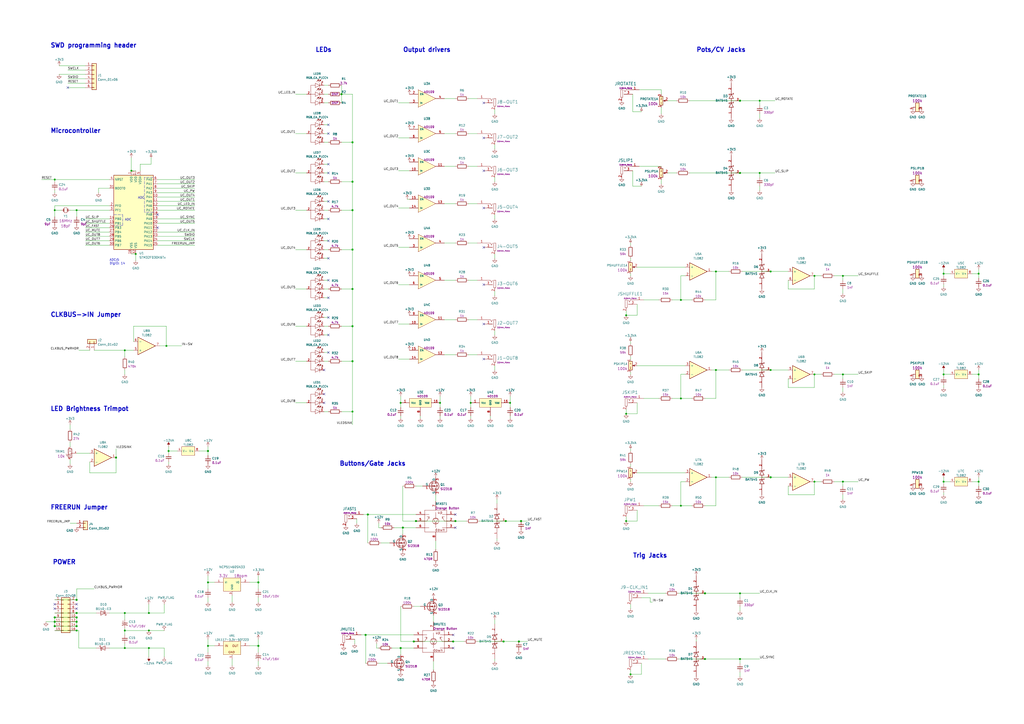
<source format=kicad_sch>
(kicad_sch (version 20211123) (generator eeschema)
  (paper "A2")
  (junction (at 120.65 374.65))
  (junction (at 76.2 99.06))
  (junction (at 96.52 200.66))
  (junction (at 394.97 231.14))
  (junction (at 292.1 372.11) (diameter 1.016))
  (junction (at 44.45 360.68) (diameter 1.016))
  (junction (at 363.22 182.88))
  (junction (at 429.26 58.42) (diameter 1.016))
  (junction (at 293.37 302.26) (diameter 1.016))
  (junction (at 300.99 372.11) (diameter 1.016))
  (junction (at 204.47 238.76))
  (junction (at 72.39 365.76))
  (junction (at 440.69 100.33))
  (junction (at 394.97 293.37))
  (junction (at 204.47 144.78) (diameter 1.016))
  (junction (at 198.12 54.61) (diameter 1.016))
  (junction (at 204.47 121.92) (diameter 1.016))
  (junction (at 429.26 344.17))
  (junction (at 295.91 233.68))
  (junction (at 204.47 105.41) (diameter 1.016))
  (junction (at 120.65 261.62) (diameter 1.016))
  (junction (at 408.94 344.17) (diameter 1.016))
  (junction (at 232.41 233.68))
  (junction (at 72.39 203.2))
  (junction (at 204.47 209.55) (diameter 1.016))
  (junction (at 363.22 302.26))
  (junction (at 149.86 374.65) (diameter 1.016))
  (junction (at 44.45 365.76))
  (junction (at 204.47 189.23) (diameter 1.016))
  (junction (at 440.69 58.42))
  (junction (at 415.29 157.48))
  (junction (at 97.79 261.62))
  (junction (at 547.37 279.4))
  (junction (at 262.89 372.11) (diameter 1.016))
  (junction (at 567.69 158.75))
  (junction (at 241.3 302.26) (diameter 1.016))
  (junction (at 31.75 104.14))
  (junction (at 447.04 276.86) (diameter 1.016))
  (junction (at 264.16 302.26) (diameter 1.016))
  (junction (at 204.47 82.55) (diameter 1.016))
  (junction (at 31.75 121.92))
  (junction (at 31.75 363.22) (diameter 1.016))
  (junction (at 447.04 157.48))
  (junction (at 472.44 217.17))
  (junction (at 415.29 214.63))
  (junction (at 72.39 375.92))
  (junction (at 273.05 233.68))
  (junction (at 567.69 279.4))
  (junction (at 31.75 358.14) (diameter 1.016))
  (junction (at 429.26 382.27))
  (junction (at 365.76 391.16))
  (junction (at 488.95 279.4))
  (junction (at 567.69 217.17))
  (junction (at 149.86 337.82) (diameter 1.016))
  (junction (at 212.09 368.3) (diameter 1.016))
  (junction (at 240.03 372.11) (diameter 1.016))
  (junction (at 44.45 355.6) (diameter 1.016))
  (junction (at 67.31 265.43) (diameter 1.016))
  (junction (at 547.37 158.75))
  (junction (at 86.36 375.92))
  (junction (at 78.74 147.32))
  (junction (at 255.27 233.68))
  (junction (at 429.26 100.33) (diameter 1.016))
  (junction (at 44.45 121.92))
  (junction (at 44.45 363.22) (diameter 1.016))
  (junction (at 472.44 160.02))
  (junction (at 86.36 355.6))
  (junction (at 363.22 240.03))
  (junction (at 31.75 360.68) (diameter 1.016))
  (junction (at 447.04 214.63))
  (junction (at 233.68 306.07) (diameter 1.016))
  (junction (at 44.45 358.14) (diameter 1.016))
  (junction (at 488.95 217.17))
  (junction (at 72.39 355.6))
  (junction (at 302.26 302.26) (diameter 1.016))
  (junction (at 415.29 276.86))
  (junction (at 232.41 375.92) (diameter 1.016))
  (junction (at 394.97 173.99))
  (junction (at 488.95 160.02))
  (junction (at 547.37 217.17))
  (junction (at 213.36 298.45) (diameter 1.016))
  (junction (at 86.36 365.76))
  (junction (at 408.94 382.27) (diameter 1.016))
  (junction (at 472.44 279.4))
  (junction (at 120.65 337.82))
  (junction (at 204.47 167.64) (diameter 1.016))
  (junction (at 44.45 347.98) (diameter 1.016))
  (no_connect (at 280.67 59.69))
  (no_connect (at 280.67 80.01))
  (no_connect (at 280.67 99.06))
  (no_connect (at 280.67 120.65))
  (no_connect (at 280.67 143.51))
  (no_connect (at 280.67 165.1))
  (no_connect (at 280.67 187.96))
  (no_connect (at 280.67 208.28))
  (no_connect (at 187.96 228.6))
  (no_connect (at 187.96 233.68))
  (no_connect (at 190.5 204.47))
  (no_connect (at 187.96 214.63))
  (no_connect (at 190.5 162.56))
  (no_connect (at 190.5 172.72))
  (no_connect (at 31.75 353.06))
  (no_connect (at 44.45 353.06))
  (no_connect (at 262.89 375.92))
  (no_connect (at 262.89 368.3))
  (no_connect (at 91.44 124.46))
  (no_connect (at 91.44 132.08))
  (no_connect (at 31.75 350.52))
  (no_connect (at 44.45 350.52))
  (no_connect (at 190.5 72.39))
  (no_connect (at 190.5 77.47))
  (no_connect (at 190.5 95.25))
  (no_connect (at 190.5 100.33))
  (no_connect (at 190.5 116.84))
  (no_connect (at 190.5 127))
  (no_connect (at 190.5 139.7))
  (no_connect (at 190.5 149.86))
  (no_connect (at 190.5 184.15))
  (no_connect (at 190.5 194.31))
  (no_connect (at 264.16 298.45))
  (no_connect (at 264.16 306.07))
  (no_connect (at 39.37 50.8))
  (wire (pts (xy 198.12 209.55) (xy 204.47 209.55)))
  (wire (pts (xy 204.47 167.64) (xy 204.47 189.23)))
  (wire (pts (xy 86.36 375.92) (xy 86.36 381)))
  (wire (pts (xy 430.53 276.86) (xy 447.04 276.86)))
  (wire (pts (xy 429.26 382.27) (xy 429.26 384.81)))
  (wire (pts (xy 67.31 260.35) (xy 67.31 265.43)))
  (wire (pts (xy 367.03 99.06) (xy 367.03 107.95)))
  (wire (pts (xy 472.44 160.02) (xy 476.25 160.02)))
  (wire (pts (xy 120.65 334.01) (xy 120.65 337.82)))
  (wire (pts (xy 97.79 267.97) (xy 97.79 269.24)))
  (wire (pts (xy 113.03 114.3) (xy 91.44 114.3)))
  (wire (pts (xy 563.88 217.17) (xy 567.69 217.17)))
  (wire (pts (xy 288.29 312.42) (xy 288.29 313.69)))
  (wire (pts (xy 144.78 337.82) (xy 149.86 337.82)))
  (wire (pts (xy 363.22 182.88) (xy 369.57 182.88)))
  (wire (pts (xy 271.78 57.15) (xy 276.86 57.15)))
  (wire (pts (xy 49.53 137.16) (xy 63.5 137.16)))
  (wire (pts (xy 190.5 144.78) (xy 187.96 144.78)))
  (wire (pts (xy 190.5 204.47) (xy 187.96 204.47)))
  (wire (pts (xy 365.76 269.24) (xy 365.76 270.51)))
  (wire (pts (xy 271.78 140.97) (xy 276.86 140.97)))
  (wire (pts (xy 447.04 276.86) (xy 457.2 276.86)))
  (wire (pts (xy 78.74 147.32) (xy 78.74 151.13)))
  (wire (pts (xy 115.57 261.62) (xy 120.65 261.62)))
  (wire (pts (xy 120.65 261.62) (xy 120.65 259.08)))
  (wire (pts (xy 440.69 107.95) (xy 440.69 110.49)))
  (wire (pts (xy 255.27 241.3) (xy 255.27 242.57)))
  (wire (pts (xy 567.69 156.21) (xy 567.69 158.75)))
  (wire (pts (xy 295.91 233.68) (xy 295.91 236.22)))
  (wire (pts (xy 198.12 54.61) (xy 204.47 54.61)))
  (wire (pts (xy 96.52 189.23) (xy 96.52 200.66)))
  (wire (pts (xy 91.44 134.62) (xy 113.03 134.62)))
  (wire (pts (xy 488.95 167.64) (xy 488.95 170.18)))
  (wire (pts (xy 547.37 279.4) (xy 551.18 279.4)))
  (wire (pts (xy 212.09 368.3) (xy 209.55 368.3)))
  (wire (pts (xy 72.39 203.2) (xy 72.39 207.01)))
  (wire (pts (xy 190.5 172.72) (xy 187.96 172.72)))
  (wire (pts (xy 415.29 276.86) (xy 422.91 276.86)))
  (wire (pts (xy 287.02 124.46) (xy 287.02 127)))
  (wire (pts (xy 231.14 165.1) (xy 237.49 165.1)))
  (wire (pts (xy 287.02 359.41) (xy 287.02 361.95)))
  (wire (pts (xy 271.78 77.47) (xy 276.86 77.47)))
  (wire (pts (xy 547.37 217.17) (xy 547.37 218.44)))
  (wire (pts (xy 190.5 149.86) (xy 187.96 149.86)))
  (wire (pts (xy 257.81 96.52) (xy 264.16 96.52)))
  (wire (pts (xy 95.25 375.92) (xy 95.25 381)))
  (wire (pts (xy 370.84 52.07) (xy 383.54 52.07)))
  (wire (pts (xy 190.5 82.55) (xy 187.96 82.55)))
  (wire (pts (xy 383.54 104.14) (xy 383.54 106.68)))
  (wire (pts (xy 365.76 217.17) (xy 365.76 215.9)))
  (wire (pts (xy 95.25 355.6) (xy 86.36 355.6)))
  (wire (pts (xy 547.37 279.4) (xy 547.37 280.67)))
  (wire (pts (xy 257.81 205.74) (xy 264.16 205.74)))
  (wire (pts (xy 457.2 167.64) (xy 472.44 167.64)))
  (wire (pts (xy 440.69 66.04) (xy 440.69 68.58)))
  (wire (pts (xy 113.03 119.38) (xy 91.44 119.38)))
  (wire (pts (xy 394.97 173.99) (xy 401.32 173.99)))
  (wire (pts (xy 190.5 189.23) (xy 187.96 189.23)))
  (wire (pts (xy 271.78 205.74) (xy 276.86 205.74)))
  (wire (pts (xy 415.29 276.86) (xy 415.29 293.37)))
  (wire (pts (xy 287.02 212.09) (xy 287.02 214.63)))
  (wire (pts (xy 287.02 147.32) (xy 287.02 149.86)))
  (wire (pts (xy 91.44 137.16) (xy 113.03 137.16)))
  (wire (pts (xy 400.05 58.42) (xy 429.26 58.42)))
  (wire (pts (xy 429.26 58.42) (xy 440.69 58.42)))
  (wire (pts (xy 440.69 58.42) (xy 449.58 58.42)))
  (wire (pts (xy 190.5 100.33) (xy 187.96 100.33)))
  (wire (pts (xy 240.03 372.11) (xy 232.41 372.11)))
  (wire (pts (xy 149.86 374.65) (xy 149.86 378.46)))
  (wire (pts (xy 72.39 214.63) (xy 72.39 217.17)))
  (wire (pts (xy 149.86 337.82) (xy 149.86 341.63)))
  (wire (pts (xy 302.26 302.26) (xy 293.37 302.26)))
  (wire (pts (xy 213.36 298.45) (xy 210.82 298.45)))
  (wire (pts (xy 241.3 298.45) (xy 213.36 298.45)))
  (wire (pts (xy 113.03 127) (xy 91.44 127)))
  (wire (pts (xy 237.49 115.57) (xy 236.22 115.57)))
  (wire (pts (xy 91.44 139.7) (xy 113.03 139.7)))
  (wire (pts (xy 190.5 72.39) (xy 187.96 72.39)))
  (wire (pts (xy 233.68 302.26) (xy 233.68 281.94)))
  (wire (pts (xy 241.3 302.26) (xy 233.68 302.26)))
  (wire (pts (xy 44.45 358.14) (xy 44.45 360.68)))
  (wire (pts (xy 190.5 194.31) (xy 187.96 194.31)))
  (wire (pts (xy 563.88 279.4) (xy 567.69 279.4)))
  (wire (pts (xy 120.65 337.82) (xy 120.65 341.63)))
  (wire (pts (xy 231.14 80.01) (xy 237.49 80.01)))
  (wire (pts (xy 95.25 350.52) (xy 95.25 355.6)))
  (wire (pts (xy 31.75 119.38) (xy 31.75 121.92)))
  (wire (pts (xy 31.75 355.6) (xy 44.45 355.6)))
  (wire (pts (xy 394.97 217.17) (xy 394.97 231.14)))
  (wire (pts (xy 412.75 157.48) (xy 415.29 157.48)))
  (wire (pts (xy 49.53 142.24) (xy 63.5 142.24)))
  (wire (pts (xy 273.05 229.87) (xy 273.05 233.68)))
  (wire (pts (xy 363.22 237.49) (xy 363.22 240.03)))
  (wire (pts (xy 365.76 388.62) (xy 365.76 391.16)))
  (wire (pts (xy 190.5 167.64) (xy 187.96 167.64)))
  (wire (pts (xy 457.2 219.71) (xy 457.2 224.79)))
  (wire (pts (xy 241.3 302.26) (xy 264.16 302.26)))
  (wire (pts (xy 257.81 185.42) (xy 264.16 185.42)))
  (wire (pts (xy 226.06 314.96) (xy 220.98 314.96)))
  (wire (pts (xy 44.45 360.68) (xy 44.45 363.22)))
  (wire (pts (xy 190.5 77.47) (xy 187.96 77.47)))
  (wire (pts (xy 394.97 293.37) (xy 401.32 293.37)))
  (wire (pts (xy 547.37 276.86) (xy 547.37 279.4)))
  (wire (pts (xy 240.03 372.11) (xy 262.89 372.11)))
  (wire (pts (xy 457.2 281.94) (xy 457.2 287.02)))
  (wire (pts (xy 370.84 96.52) (xy 383.54 96.52)))
  (wire (pts (xy 563.88 158.75) (xy 567.69 158.75)))
  (wire (pts (xy 49.53 129.54) (xy 63.5 129.54)))
  (wire (pts (xy 232.41 233.68) (xy 232.41 236.22)))
  (wire (pts (xy 375.92 344.17) (xy 386.08 344.17)))
  (wire (pts (xy 375.92 382.27) (xy 386.08 382.27)))
  (wire (pts (xy 429.26 389.89) (xy 429.26 392.43)))
  (wire (pts (xy 171.45 144.78) (xy 177.8 144.78)))
  (wire (pts (xy 412.75 214.63) (xy 415.29 214.63)))
  (wire (pts (xy 369.57 212.09) (xy 397.51 212.09)))
  (polyline (pts (xy 88.9 102.87) (xy 83.82 102.87)))
  (polyline (pts (xy 88.9 123.19) (xy 83.82 123.19)))
  (polyline (pts (xy 83.82 102.87) (xy 83.82 123.19)))
  (wire (pts (xy 255.27 229.87) (xy 255.27 233.68)))
  (wire (pts (xy 547.37 223.52) (xy 547.37 224.79)))
  (wire (pts (xy 288.29 289.56) (xy 288.29 292.1)))
  (wire (pts (xy 120.65 383.54) (xy 120.65 386.08)))
  (wire (pts (xy 363.22 299.72) (xy 363.22 302.26)))
  (wire (pts (xy 81.28 95.25) (xy 81.28 99.06)))
  (wire (pts (xy 488.95 160.02) (xy 488.95 162.56)))
  (wire (pts (xy 372.11 346.71) (xy 377.19 346.71)))
  (wire (pts (xy 377.19 346.71) (xy 377.19 349.25)))
  (wire (pts (xy 377.19 349.25) (xy 378.46 349.25)))
  (wire (pts (xy 149.86 370.84) (xy 149.86 374.65)))
  (wire (pts (xy 373.38 231.14) (xy 382.27 231.14)))
  (wire (pts (xy 397.51 217.17) (xy 394.97 217.17)))
  (wire (pts (xy 198.12 105.41) (xy 204.47 105.41)))
  (wire (pts (xy 204.47 105.41) (xy 204.47 82.55)))
  (wire (pts (xy 257.81 162.56) (xy 264.16 162.56)))
  (wire (pts (xy 224.79 384.81) (xy 219.71 384.81)))
  (wire (pts (xy 394.97 160.02) (xy 394.97 173.99)))
  (wire (pts (xy 472.44 167.64) (xy 472.44 160.02)))
  (wire (pts (xy 251.46 356.87) (xy 251.46 360.68)))
  (wire (pts (xy 252.73 287.02) (xy 252.73 290.83)))
  (wire (pts (xy 567.69 276.86) (xy 567.69 279.4)))
  (wire (pts (xy 255.27 233.68) (xy 255.27 236.22)))
  (wire (pts (xy 394.97 279.4) (xy 394.97 293.37)))
  (wire (pts (xy 72.39 355.6) (xy 72.39 359.41)))
  (wire (pts (xy 76.2 99.06) (xy 78.74 99.06)))
  (wire (pts (xy 393.7 382.27) (xy 408.94 382.27)))
  (wire (pts (xy 472.44 224.79) (xy 472.44 217.17)))
  (wire (pts (xy 87.63 91.44) (xy 87.63 95.25)))
  (wire (pts (xy 415.29 231.14) (xy 408.94 231.14)))
  (wire (pts (xy 232.41 375.92) (xy 232.41 379.73)))
  (wire (pts (xy 415.29 157.48) (xy 422.91 157.48)))
  (wire (pts (xy 369.57 240.03) (xy 369.57 233.68)))
  (wire (pts (xy 34.29 38.1) (xy 49.53 38.1)))
  (wire (pts (xy 31.75 363.22) (xy 44.45 363.22)))
  (wire (pts (xy 257.81 57.15) (xy 264.16 57.15)))
  (wire (pts (xy 34.29 43.18) (xy 49.53 43.18)))
  (wire (pts (xy 120.65 346.71) (xy 120.65 349.25)))
  (wire (pts (xy 31.75 358.14) (xy 44.45 358.14)))
  (wire (pts (xy 57.15 109.22) (xy 57.15 111.76)))
  (wire (pts (xy 63.5 109.22) (xy 57.15 109.22)))
  (wire (pts (xy 39.37 48.26) (xy 49.53 48.26)))
  (wire (pts (xy 213.36 298.45) (xy 213.36 314.96)))
  (wire (pts (xy 232.41 372.11) (xy 232.41 351.79)))
  (wire (pts (xy 49.53 139.7) (xy 63.5 139.7)))
  (wire (pts (xy 81.28 95.25) (xy 87.63 95.25)))
  (wire (pts (xy 218.44 373.38) (xy 218.44 375.92)))
  (wire (pts (xy 49.53 127) (xy 63.5 127)))
  (wire (pts (xy 547.37 214.63) (xy 547.37 217.17)))
  (wire (pts (xy 113.03 104.14) (xy 91.44 104.14)))
  (wire (pts (xy 365.76 140.97) (xy 365.76 142.24)))
  (wire (pts (xy 198.12 167.64) (xy 204.47 167.64)))
  (wire (pts (xy 204.47 167.64) (xy 204.47 144.78)))
  (wire (pts (xy 44.45 262.89) (xy 52.07 262.89)))
  (wire (pts (xy 240.03 368.3) (xy 212.09 368.3)))
  (wire (pts (xy 120.65 261.62) (xy 120.65 264.16)))
  (wire (pts (xy 52.07 267.97) (xy 52.07 274.32)))
  (wire (pts (xy 52.07 274.32) (xy 67.31 274.32)))
  (wire (pts (xy 67.31 274.32) (xy 67.31 265.43)))
  (wire (pts (xy 63.5 355.6) (xy 72.39 355.6)))
  (wire (pts (xy 72.39 355.6) (xy 86.36 355.6)))
  (wire (pts (xy 415.29 214.63) (xy 415.29 231.14)))
  (wire (pts (xy 273.05 233.68) (xy 273.05 236.22)))
  (wire (pts (xy 190.5 238.76) (xy 187.96 238.76)))
  (wire (pts (xy 113.03 109.22) (xy 91.44 109.22)))
  (wire (pts (xy 54.61 203.2) (xy 72.39 203.2)))
  (wire (pts (xy 77.47 203.2) (xy 72.39 203.2)))
  (wire (pts (xy 387.35 100.33) (xy 392.43 100.33)))
  (wire (pts (xy 483.87 160.02) (xy 488.95 160.02)))
  (wire (pts (xy 190.5 184.15) (xy 187.96 184.15)))
  (wire (pts (xy 365.76 198.12) (xy 365.76 199.39)))
  (wire (pts (xy 306.07 302.26) (xy 302.26 302.26)))
  (wire (pts (xy 198.12 238.76) (xy 204.47 238.76)))
  (wire (pts (xy 204.47 189.23) (xy 204.47 209.55)))
  (wire (pts (xy 204.47 209.55) (xy 204.47 238.76)))
  (wire (pts (xy 483.87 217.17) (xy 488.95 217.17)))
  (wire (pts (xy 271.78 185.42) (xy 276.86 185.42)))
  (wire (pts (xy 44.45 121.92) (xy 40.64 121.92)))
  (wire (pts (xy 171.45 77.47) (xy 177.8 77.47)))
  (wire (pts (xy 39.37 50.8) (xy 49.53 50.8)))
  (wire (pts (xy 72.39 373.38) (xy 72.39 375.92)))
  (wire (pts (xy 44.45 121.92) (xy 44.45 125.73)))
  (wire (pts (xy 415.29 173.99) (xy 408.94 173.99)))
  (wire (pts (xy 77.47 189.23) (xy 77.47 198.12)))
  (wire (pts (xy 92.71 200.66) (xy 96.52 200.66)))
  (wire (pts (xy 96.52 189.23) (xy 77.47 189.23)))
  (wire (pts (xy 287.02 63.5) (xy 287.02 66.04)))
  (wire (pts (xy 415.29 293.37) (xy 408.94 293.37)))
  (wire (pts (xy 389.89 293.37) (xy 394.97 293.37)))
  (wire (pts (xy 287.02 83.82) (xy 287.02 86.36)))
  (wire (pts (xy 373.38 173.99) (xy 382.27 173.99)))
  (wire (pts (xy 472.44 287.02) (xy 472.44 279.4)))
  (wire (pts (xy 97.79 259.08) (xy 97.79 261.62)))
  (wire (pts (xy 205.74 370.84) (xy 205.74 373.38)))
  (wire (pts (xy 97.79 261.62) (xy 102.87 261.62)))
  (wire (pts (xy 231.14 208.28) (xy 237.49 208.28)))
  (wire (pts (xy 40.64 266.7) (xy 40.64 269.24)))
  (wire (pts (xy 400.05 100.33) (xy 429.26 100.33)))
  (wire (pts (xy 429.26 100.33) (xy 440.69 100.33)))
  (wire (pts (xy 440.69 100.33) (xy 449.58 100.33)))
  (wire (pts (xy 295.91 229.87) (xy 295.91 233.68)))
  (wire (pts (xy 113.03 106.68) (xy 91.44 106.68)))
  (wire (pts (xy 271.78 96.52) (xy 276.86 96.52)))
  (wire (pts (xy 306.07 372.11) (xy 300.99 372.11)))
  (wire (pts (xy 252.73 313.69) (xy 252.73 318.77)))
  (wire (pts (xy 190.5 127) (xy 187.96 127)))
  (wire (pts (xy 365.76 207.01) (xy 365.76 208.28)))
  (wire (pts (xy 31.75 358.14) (xy 31.75 360.68)))
  (wire (pts (xy 363.22 302.26) (xy 369.57 302.26)))
  (polyline (pts (xy 71.12 124.46) (xy 71.12 130.81)))
  (polyline (pts (xy 71.12 130.81) (xy 66.04 130.81)))
  (polyline (pts (xy 66.04 124.46) (xy 71.12 124.46)))
  (wire (pts (xy 198.12 82.55) (xy 204.47 82.55)))
  (wire (pts (xy 204.47 82.55) (xy 204.47 54.61)))
  (wire (pts (xy 171.45 54.61) (xy 177.8 54.61)))
  (wire (pts (xy 232.41 229.87) (xy 232.41 233.68)))
  (wire (pts (xy 190.5 116.84) (xy 187.96 116.84)))
  (wire (pts (xy 365.76 149.86) (xy 365.76 151.13)))
  (wire (pts (xy 457.2 287.02) (xy 472.44 287.02)))
  (wire (pts (xy 365.76 279.4) (xy 365.76 278.13)))
  (wire (pts (xy 44.45 365.76) (xy 45.72 365.76)))
  (wire (pts (xy 45.72 365.76) (xy 45.72 375.92)))
  (wire (pts (xy 45.72 375.92) (xy 55.88 375.92)))
  (wire (pts (xy 447.04 157.48) (xy 457.2 157.48)))
  (wire (pts (xy 271.78 162.56) (xy 276.86 162.56)))
  (wire (pts (xy 171.45 167.64) (xy 177.8 167.64)))
  (wire (pts (xy 429.26 351.79) (xy 429.26 354.33)))
  (wire (pts (xy 269.24 372.11) (xy 262.89 372.11)))
  (wire (pts (xy 218.44 375.92) (xy 219.71 375.92)))
  (wire (pts (xy 113.03 116.84) (xy 91.44 116.84)))
  (wire (pts (xy 383.54 52.07) (xy 383.54 54.61)))
  (wire (pts (xy 113.03 111.76) (xy 91.44 111.76)))
  (wire (pts (xy 430.53 157.48) (xy 447.04 157.48)))
  (wire (pts (xy 488.95 287.02) (xy 488.95 289.56)))
  (wire (pts (xy 363.22 180.34) (xy 363.22 182.88)))
  (wire (pts (xy 389.89 173.99) (xy 394.97 173.99)))
  (wire (pts (xy 488.95 217.17) (xy 497.84 217.17)))
  (wire (pts (xy 232.41 241.3) (xy 232.41 242.57)))
  (wire (pts (xy 171.45 189.23) (xy 177.8 189.23)))
  (wire (pts (xy 31.75 119.38) (xy 63.5 119.38)))
  (wire (pts (xy 488.95 160.02) (xy 497.84 160.02)))
  (wire (pts (xy 251.46 383.54) (xy 251.46 388.62)))
  (wire (pts (xy 365.76 160.02) (xy 365.76 158.75)))
  (wire (pts (xy 190.5 139.7) (xy 187.96 139.7)))
  (wire (pts (xy 488.95 279.4) (xy 488.95 281.94)))
  (wire (pts (xy 284.48 241.3) (xy 284.48 242.57)))
  (wire (pts (xy 257.81 77.47) (xy 264.16 77.47)))
  (wire (pts (xy 257.81 118.11) (xy 264.16 118.11)))
  (wire (pts (xy 389.89 231.14) (xy 394.97 231.14)))
  (wire (pts (xy 96.52 200.66) (xy 105.41 200.66)))
  (wire (pts (xy 49.53 132.08) (xy 63.5 132.08)))
  (wire (pts (xy 31.75 121.92) (xy 31.75 125.73)))
  (wire (pts (xy 31.75 121.92) (xy 35.56 121.92)))
  (wire (pts (xy 231.14 99.06) (xy 237.49 99.06)))
  (wire (pts (xy 232.41 375.92) (xy 227.33 375.92)))
  (wire (pts (xy 31.75 365.76) (xy 44.45 365.76)))
  (wire (pts (xy 44.45 355.6) (xy 55.88 355.6)))
  (wire (pts (xy 472.44 217.17) (xy 476.25 217.17)))
  (wire (pts (xy 171.45 100.33) (xy 177.8 100.33)))
  (wire (pts (xy 295.91 241.3) (xy 295.91 242.57)))
  (wire (pts (xy 231.14 59.69) (xy 237.49 59.69)))
  (wire (pts (xy 198.12 54.61) (xy 198.12 59.69)))
  (wire (pts (xy 273.05 241.3) (xy 273.05 242.57)))
  (wire (pts (xy 86.36 375.92) (xy 95.25 375.92)))
  (wire (pts (xy 72.39 365.76) (xy 86.36 365.76)))
  (wire (pts (xy 440.69 58.42) (xy 440.69 60.96)))
  (wire (pts (xy 190.5 105.41) (xy 187.96 105.41)))
  (wire (pts (xy 430.53 214.63) (xy 447.04 214.63)))
  (wire (pts (xy 86.36 350.52) (xy 86.36 355.6)))
  (wire (pts (xy 472.44 279.4) (xy 476.25 279.4)))
  (wire (pts (xy 113.03 121.92) (xy 91.44 121.92)))
  (wire (pts (xy 40.64 256.54) (xy 40.64 259.08)))
  (wire (pts (xy 457.2 162.56) (xy 457.2 167.64)))
  (wire (pts (xy 86.36 365.76) (xy 95.25 365.76)))
  (wire (pts (xy 397.51 160.02) (xy 394.97 160.02)))
  (wire (pts (xy 397.51 279.4) (xy 394.97 279.4)))
  (wire (pts (xy 39.37 40.64) (xy 49.53 40.64)))
  (wire (pts (xy 372.11 391.16) (xy 365.76 391.16)))
  (wire (pts (xy 40.64 246.38) (xy 40.64 248.92)))
  (wire (pts (xy 113.03 129.54) (xy 91.44 129.54)))
  (wire (pts (xy 171.45 121.92) (xy 177.8 121.92)))
  (wire (pts (xy 76.2 91.44) (xy 76.2 99.06)))
  (wire (pts (xy 488.95 279.4) (xy 497.84 279.4)))
  (wire (pts (xy 144.78 374.65) (xy 149.86 374.65)))
  (wire (pts (xy 373.38 293.37) (xy 382.27 293.37)))
  (wire (pts (xy 134.62 345.44) (xy 134.62 349.25)))
  (wire (pts (xy 369.57 274.32) (xy 397.51 274.32)))
  (wire (pts (xy 365.76 350.52) (xy 365.76 353.06)))
  (wire (pts (xy 198.12 121.92) (xy 204.47 121.92)))
  (wire (pts (xy 204.47 121.92) (xy 204.47 105.41)))
  (wire (pts (xy 31.75 360.68) (xy 31.75 363.22)))
  (wire (pts (xy 369.57 182.88) (xy 369.57 176.53)))
  (wire (pts (xy 120.65 374.65) (xy 120.65 378.46)))
  (wire (pts (xy 190.5 209.55) (xy 187.96 209.55)))
  (wire (pts (xy 120.65 337.82) (xy 124.46 337.82)))
  (wire (pts (xy 171.45 233.68) (xy 177.8 233.68)))
  (wire (pts (xy 233.68 306.07) (xy 228.6 306.07)))
  (wire (pts (xy 44.45 341.63) (xy 44.45 347.98)))
  (wire (pts (xy 447.04 214.63) (xy 457.2 214.63)))
  (wire (pts (xy 190.5 95.25) (xy 187.96 95.25)))
  (wire (pts (xy 198.12 49.53) (xy 198.12 54.61)))
  (wire (pts (xy 567.69 158.75) (xy 567.69 161.29)))
  (wire (pts (xy 39.37 45.72) (xy 49.53 45.72)))
  (wire (pts (xy 412.75 276.86) (xy 415.29 276.86)))
  (wire (pts (xy 457.2 224.79) (xy 472.44 224.79)))
  (wire (pts (xy 231.14 143.51) (xy 237.49 143.51)))
  (wire (pts (xy 190.5 54.61) (xy 187.96 54.61)))
  (wire (pts (xy 190.5 49.53) (xy 187.96 49.53)))
  (wire (pts (xy 31.75 110.49) (xy 31.75 111.76)))
  (wire (pts (xy 243.84 351.79) (xy 240.03 351.79)))
  (wire (pts (xy 212.09 368.3) (xy 212.09 384.81)))
  (wire (pts (xy 547.37 285.75) (xy 547.37 287.02)))
  (wire (pts (xy 198.12 189.23) (xy 204.47 189.23)))
  (wire (pts (xy 243.84 241.3) (xy 243.84 242.57)))
  (wire (pts (xy 292.1 372.11) (xy 276.86 372.11)))
  (wire (pts (xy 245.11 281.94) (xy 241.3 281.94)))
  (wire (pts (xy 365.76 260.35) (xy 365.76 261.62)))
  (wire (pts (xy 257.81 140.97) (xy 264.16 140.97)))
  (wire (pts (xy 76.2 147.32) (xy 78.74 147.32)))
  (wire (pts (xy 72.39 364.49) (xy 72.39 365.76)))
  (wire (pts (xy 72.39 365.76) (xy 72.39 368.3)))
  (wire (pts (xy 149.86 383.54) (xy 149.86 386.08)))
  (wire (pts (xy 429.26 344.17) (xy 429.26 346.71)))
  (wire (pts (xy 190.5 162.56) (xy 187.96 162.56)))
  (wire (pts (xy 363.22 240.03) (xy 369.57 240.03)))
  (wire (pts (xy 547.37 158.75) (xy 551.18 158.75)))
  (wire (pts (xy 31.75 104.14) (xy 31.75 105.41)))
  (wire (pts (xy 367.03 107.95) (xy 372.11 107.95)))
  (wire (pts (xy 233.68 306.07) (xy 233.68 309.88)))
  (wire (pts (xy 241.3 306.07) (xy 233.68 306.07)))
  (wire (pts (xy 204.47 238.76) (xy 204.47 246.38)))
  (wire (pts (xy 403.86 370.84) (xy 403.86 372.11)))
  (wire (pts (xy 190.5 121.92) (xy 187.96 121.92)))
  (wire (pts (xy 31.75 347.98) (xy 44.45 347.98)))
  (wire (pts (xy 44.45 341.63) (xy 54.61 341.63)))
  (wire (pts (xy 31.75 360.68) (xy 44.45 360.68)))
  (wire (pts (xy 547.37 165.1) (xy 547.37 166.37)))
  (wire (pts (xy 240.03 375.92) (xy 232.41 375.92)))
  (wire (pts (xy 367.03 54.61) (xy 367.03 64.77)))
  (wire (pts (xy 367.03 64.77) (xy 372.11 64.77)))
  (wire (pts (xy 219.71 303.53) (xy 219.71 306.07)))
  (wire (pts (xy 219.71 306.07) (xy 220.98 306.07)))
  (wire (pts (xy 567.69 214.63) (xy 567.69 217.17)))
  (wire (pts (xy 97.79 261.62) (xy 97.79 262.89)))
  (wire (pts (xy 287.02 102.87) (xy 287.02 105.41)))
  (wire (pts (xy 271.78 118.11) (xy 276.86 118.11)))
  (wire (pts (xy 408.94 344.17) (xy 429.26 344.17)))
  (wire (pts (xy 429.26 344.17) (xy 440.69 344.17)))
  (wire (pts (xy 26.67 360.68) (xy 31.75 360.68)))
  (wire (pts (xy 231.14 187.96) (xy 237.49 187.96)))
  (wire (pts (xy 287.02 168.91) (xy 287.02 171.45)))
  (wire (pts (xy 483.87 279.4) (xy 488.95 279.4)))
  (wire (pts (xy 567.69 279.4) (xy 567.69 281.94)))
  (wire (pts (xy 547.37 158.75) (xy 547.37 160.02)))
  (wire (pts (xy 415.29 157.48) (xy 415.29 173.99)))
  (wire (pts (xy 40.64 303.53) (xy 44.45 303.53)))
  (wire (pts (xy 408.94 382.27) (xy 429.26 382.27)))
  (wire (pts (xy 429.26 382.27) (xy 440.69 382.27)))
  (wire (pts (xy 190.5 59.69) (xy 187.96 59.69)))
  (wire (pts (xy 415.29 214.63) (xy 422.91 214.63)))
  (wire (pts (xy 547.37 156.21) (xy 547.37 158.75)))
  (wire (pts (xy 149.86 334.01) (xy 149.86 337.82)))
  (wire (pts (xy 63.5 375.92) (xy 72.39 375.92)))
  (wire (pts (xy 72.39 375.92) (xy 86.36 375.92)))
  (wire (pts (xy 300.99 372.11) (xy 292.1 372.11)))
  (wire (pts (xy 113.03 142.24) (xy 91.44 142.24)))
  (wire (pts (xy 149.86 346.71) (xy 149.86 349.25)))
  (wire (pts (xy 45.72 203.2) (xy 52.07 203.2)))
  (wire (pts (xy 383.54 62.23) (xy 383.54 66.04)))
  (wire (pts (xy 207.01 300.99) (xy 207.01 303.53)))
  (wire (pts (xy 369.57 154.94) (xy 397.51 154.94)))
  (wire (pts (xy 287.02 191.77) (xy 287.02 194.31)))
  (wire (pts (xy 440.69 100.33) (xy 440.69 102.87)))
  (wire (pts (xy 120.65 370.84) (xy 120.65 374.65)))
  (wire (pts (xy 120.65 374.65) (xy 124.46 374.65)))
  (wire (pts (xy 387.35 58.42) (xy 392.43 58.42)))
  (wire (pts (xy 287.02 382.27) (xy 287.02 383.54)))
  (wire (pts (xy 369.57 302.26) (xy 369.57 295.91)))
  (wire (pts (xy 567.69 217.17) (xy 567.69 219.71)))
  (wire (pts (xy 198.12 144.78) (xy 204.47 144.78)))
  (wire (pts (xy 204.47 144.78) (xy 204.47 121.92)))
  (wire (pts (xy 270.51 302.26) (xy 264.16 302.26)))
  (wire (pts (xy 394.97 231.14) (xy 401.32 231.14)))
  (wire (pts (xy 44.45 121.92) (xy 63.5 121.92)))
  (wire (pts (xy 372.11 384.81) (xy 372.11 391.16)))
  (wire (pts (xy 488.95 224.79) (xy 488.95 227.33)))
  (wire (pts (xy 488.95 217.17) (xy 488.95 219.71)))
  (wire (pts (xy 49.53 134.62) (xy 63.5 134.62)))
  (wire (pts (xy 134.62 382.27) (xy 134.62 386.08)))
  (wire (pts (xy 231.14 120.65) (xy 237.49 120.65)))
  (wire (pts (xy 171.45 209.55) (xy 177.8 209.55)))
  (wire (pts (xy 24.13 104.14) (xy 31.75 104.14)))
  (wire (pts (xy 31.75 104.14) (xy 63.5 104.14)))
  (wire (pts (xy 547.37 217.17) (xy 551.18 217.17)))
  (wire (pts (xy 293.37 302.26) (xy 278.13 302.26)))
  (wire (pts (xy 393.7 344.17) (xy 408.94 344.17)))
  (text "CLKBUS->IN Jumper" (at 29.21 184.15 0) (effects (font (size 2.54 2.54) (thickness 0.508) bold) (justify left bottom)))
  (text "LEDs" (at 182.88 30.48 0) (effects (font (size 2.54 2.54) (thickness 0.508) bold) (justify left bottom)))
  (text "ADC" (at 80.01 115.57 0) (effects (font (size 1.27 1.27)) (justify left bottom)))
  (text "SWD programming header" (at 29.21 27.94 0) (effects (font (size 2.54 2.54) (thickness 0.508) bold) (justify left bottom)))
  (text "LED Brightness Trimpot" (at 29.21 238.76 0) (effects (font (size 2.54 2.54) (thickness 0.508) bold) (justify left bottom)))
  (text "ADC" (at 76.2 128.27 180) (effects (font (size 1.27 1.27)) (justify right bottom)))
  (text "FREERUN Jumper" (at 29.21 295.91 0) (effects (font (size 2.54 2.54) (thickness 0.508) bold) (justify left bottom)))
  (text "Pots/CV Jacks" (at 403.86 30.48 0) (effects (font (size 2.54 2.54) (thickness 0.508) bold) (justify left bottom)))
  (text "ADC:5\nDigIO: 14" (at 63.5 153.67 0) (effects (font (size 1.27 1.27)) (justify left bottom)))
  (text "Buttons/Gate Jacks" (at 196.85 270.51 0) (effects (font (size 2.54 2.54) (thickness 0.508) bold) (justify left bottom)))
  (text "Changes made to p5 sch:\nMoved C8, C10, C11 to other side of opamp\nSwapped power pins on U5, U6, U7\nMade clkin LED just red (R2, R4 are DNP)\nFlipped trim pot (CW => brighter)\nTrim pot doesn't go as dim at minimum (R42 => 27k)\nRenamed IC3 to U8" (at 595.63 160.02 0) (effects (font (size 1.27 1.27)) (justify left bottom)))
  (text "Microcontroller" (at 29.21 77.47 0) (effects (font (size 2.54 2.54) (thickness 0.508) bold) (justify left bottom)))
  (text "Trig Jacks" (at 367.03 323.85 0) (effects (font (size 2.54 2.54) (thickness 0.508) bold) (justify left bottom)))
  (text "Output drivers" (at 233.68 30.48 0) (effects (font (size 2.54 2.54) (thickness 0.508) bold) (justify left bottom)))
  (text "POWER" (at 30.48 327.66 0) (effects (font (size 2.54 2.54) (thickness 0.508) bold) (justify left bottom)))
  (label "UC_ROTATE" (at 113.03 121.92 180))
  (label "UC_SHUFFLE" (at 49.53 129.54 0))
  (label "UC_OUT4" (at 113.03 114.3 180))
  (label "UC_SLIP" (at 49.53 127 0))
  (label "UC_SKIP" (at 113.03 109.22 180))
  (label "CLKBUS_PWRHDR" (at 54.61 341.63 0))
  (label "UC_OUT1" (at 231.14 59.69 180))
  (label "SWDIO" (at 39.37 45.72 0))
  (label "UC_OUT3" (at 113.03 104.14 180))
  (label "UC_OUT6" (at 49.53 142.24 0))
  (label "UC_OUT8" (at 171.45 233.68 180))
  (label "UC_OUT4" (at 231.14 120.65 180))
  (label "UC_CLK_IN" (at 113.03 134.62 180))
  (label "IN-SW" (at 378.46 349.25 0))
  (label "FREERUN_JMP" (at 113.03 142.24 180))
  (label "UC_FAST" (at 306.07 302.26 0))
  (label "UC_SKIP" (at 497.84 217.17 0))
  (label "UC_SYNC" (at 440.69 382.27 0))
  (label "UC_OUT5" (at 113.03 129.54 180))
  (label "UC_OUT2" (at 171.45 100.33 180))
  (label "RESET" (at 39.37 48.26 0))
  (label "RESET" (at 24.13 104.14 0))
  (label "UC_PW" (at 113.03 111.76 180))
  (label "UC_OUT1" (at 171.45 77.47 180))
  (label "UC_CLK_IN" (at 440.69 344.17 0))
  (label "UC_OUT8" (at 49.53 137.16 0))
  (label "UC_MUTE" (at 49.53 134.62 0))
  (label "VLEDSINK" (at 204.47 246.38 180))
  (label "UC_FAST" (at 49.53 132.08 0))
  (label "UC_OUT6" (at 231.14 165.1 180))
  (label "UC_OUT5" (at 171.45 167.64 180))
  (label "FREERUN_JMP" (at 40.64 303.53 180))
  (label "UC_OUT6" (at 171.45 189.23 180))
  (label "UC_OUT3" (at 231.14 99.06 180))
  (label "UC_OUT7" (at 171.45 209.55 180))
  (label "UC_SLIP" (at 449.58 100.33 0))
  (label "UC_SYNC" (at 113.03 127 180))
  (label "IN-SW" (at 105.41 200.66 0))
  (label "UC_OUT2" (at 113.03 106.68 180))
  (label "SWCLK" (at 113.03 139.7 180))
  (label "UC_SHUFFLE" (at 497.84 160.02 0))
  (label "UC_OUT7" (at 231.14 187.96 180))
  (label "UC_OUT4" (at 171.45 144.78 180))
  (label "UC_OUT8" (at 231.14 208.28 180))
  (label "UC_OUT2" (at 231.14 80.01 180))
  (label "UC_ROTATE" (at 449.58 58.42 0))
  (label "UC_MUTE" (at 306.07 372.11 0))
  (label "UC_OUT3" (at 171.45 121.92 180))
  (label "CLKBUS_PWRHDR" (at 45.72 203.2 180))
  (label "UC_OUT5" (at 231.14 143.51 180))
  (label "UC_PW" (at 497.84 279.4 0))
  (label "SWDIO" (at 113.03 137.16 180))
  (label "VLEDSINK" (at 67.31 260.35 0))
  (label "SWCLK" (at 39.37 40.64 0))
  (label "UC_OUT1" (at 113.03 116.84 180))
  (label "UC_LED_IN" (at 113.03 119.38 180))
  (label "UC_LED_IN" (at 171.45 54.61 180))
  (label "UC_OUT7" (at 49.53 139.7 0))
  (symbol (lib_id "4ms_Diode:BAT54S") (at 441.96 276.86 90) (unit 1)
    (property "Reference" "D9" (at 439.928 274.1838 90) (effects (justify left)))
    (property "Value" "BAT54S" (at 439.42 278.13 90) (effects (justify left)))
    (property "Footprint" "4ms_Package_SOT:SOT23-3_PO132" (effects hide))
    (property "Specifications" "Dual schottky diode BAT54S" (effects hide))
    (property "Manufacturer" "Diodes Incorporated" (effects hide))
    (property "Part Number" "BAT54S-7-F" (effects hide))
    (property "JLCPCB ID" "C83574" (effects hide))
    (property "Alt JLCPCB ID" "C122856" (effects hide))
  )
  (symbol (lib_id "4ms_Power_Symbol:+3.3V") (at 441.96 266.7 0) (unit 1)
    (property "Reference" "#PWR021" (effects hide))
    (property "Value" "+3.3V" (at 441.96 263.1242 0))
  )
  (symbol (lib_id "4ms_Power_Symbol:+12V") (at 567.69 156.21 0) (unit 1)
    (property "Reference" "#PWR0163" (effects hide))
    (property "Value" "+12V" (at 567.69 152.6342 0))
  )
  (symbol (lib_id "4ms_Power_Symbol:+3.3V") (at 76.2 91.44 0) (unit 1)
    (property "Reference" "#PWR0136" (effects hide))
    (property "Value" "+3.3V" (at 76.2 87.8642 0))
  )
  (symbol (lib_id "4ms_Jack:3.5mm_Mono_Switched_SymSmall_0.05") (at 284.48 99.06 0) (mirror y) (unit 1)
    (property "Reference" "J6-OUT3" (at 288.29 98.4819 0) (effects (font (size 1.778 1.778)) (justify right)))
    (property "Value" "3.5mm_Mono_Switched_SymSmall_0.05" (effects hide))
    (property "Footprint" "4ms_Jack:EighthInch_PJ398SM" (effects hide))
    (property "Specifications" "Audio 3.5mm Jack, mono, switched, PC-pin Vertical" (effects hide))
    (property "Manufacturer" "Wenzhou QingPu Electronics Co" (effects hide))
    (property "Part Number" "WQP-WQP518MA" (effects hide))
    (property "Display" "3.5mm_Mono" (at 288.29 101.0616 0) (effects (font (size 0.762 0.762) bold italic) (justify right)))
  )
  (symbol (lib_id "4ms_Power_Symbol:GND") (at 284.48 242.57 0) (unit 1)
    (property "Reference" "#PWR031" (effects hide))
    (property "Value" "GND" (at 284.48 247.0134 0))
  )
  (symbol (lib_id "4ms_Capacitor:330pF_0603_35V") (at 440.69 63.5 0) (unit 1)
    (property "Reference" "C3" (at 443.0141 62.6716 0) (effects (justify left)))
    (property "Value" "330pF_0603_35V" (effects hide))
    (property "Footprint" "4ms_Capacitor:C_0603" (effects hide))
    (property "Specifications" "330pF, Min 35V, C0G/NP0, 5%" (effects hide))
    (property "Manufacturer" "Kemet" (effects hide))
    (property "Part Number" "C0603C331J5GACTU" (effects hide))
    (property "Display" "330pF" (at 443.0141 65.2085 0) (effects (justify left)))
    (property "JLCPCB ID" "C1664" (effects hide))
  )
  (symbol (lib_id "4ms_Capacitor:0.1uF_0603_16V") (at 97.79 265.43 0) (mirror y) (unit 1)
    (property "Reference" "C16" (at 95.4659 264.6016 0) (effects (justify left)))
    (property "Value" "0.1uF_0603_16V" (effects hide))
    (property "Footprint" "4ms_Capacitor:C_0603" (effects hide))
    (property "Specifications" "0.1uF, Min. 16V 10%, X7R or X5R or similar" (effects hide))
    (property "Display" "0.1uF" (at 95.4659 267.1385 0) (effects (justify left)))
    (property "Manufacturer" "AVX Corporation" (effects hide))
    (property "Part Number" "0603YC104KAT2A" (effects hide))
  )
  (symbol (lib_id "4ms_Power_Symbol:GND") (at 424.18 110.49 0) (unit 1)
    (property "Reference" "#PWR0166" (effects hide))
    (property "Value" "GND" (at 424.18 114.9334 0))
  )
  (symbol (lib_id "4ms_Power_Symbol:GND") (at 429.26 392.43 0) (unit 1)
    (property "Reference" "#PWR0105" (effects hide))
    (property "Value" "GND" (at 429.26 396.8734 0))
  )
  (symbol (lib_id "4ms_Capacitor:1nF_0603_50V") (at 488.95 222.25 0) (unit 1)
    (property "Reference" "C10" (at 491.2741 221.4216 0) (effects (justify left)))
    (property "Value" "1nF_0603_50V" (effects hide))
    (property "Footprint" "4ms_Capacitor:C_0603" (effects hide))
    (property "Specifications" "1nF, 50V, 10%, C0G (NP0) or similar" (effects hide))
    (property "Manufacturer" "Murata" (effects hide))
    (property "Part Number" "GRM1885C1H102JA01D" (effects hide))
    (property "Display" "1nF" (at 491.2741 223.9585 0) (effects (justify left)))
    (property "JLCPCB ID" "C163508" (effects hide))
  )
  (symbol (lib_id "4ms_Capacitor:0.1uF_0603_16V") (at 547.37 220.98 0) (mirror y) (unit 1)
    (property "Reference" "C27" (at 545.0459 220.1516 0) (effects (justify left)))
    (property "Value" "0.1uF_0603_16V" (effects hide))
    (property "Footprint" "4ms_Capacitor:C_0603" (effects hide))
    (property "Specifications" "0.1uF, Min. 16V 10%, X7R or X5R or similar" (effects hide))
    (property "Display" "0.1uF" (at 545.0459 222.6885 0) (effects (justify left)))
    (property "Manufacturer" "AVX Corporation" (effects hide))
    (property "Part Number" "0603YC104KAT2A" (effects hide))
  )
  (symbol (lib_id "4ms_Diode:B140-E3") (at 59.69 375.92 0) (unit 1)
    (property "Reference" "D11" (at 59.3725 370.9756 0))
    (property "Value" "B140-E3" (at 59.3725 373.5125 0))
    (property "Footprint" "4ms_Diode:D_SMA" (effects hide))
    (property "Specifications" "SCHOTTKY Diode SMA Vrrm>=40V If>=1.0A, Ifsm>=1.5A" (effects hide))
    (property "Manufacturer" "Diodes Incorporated" (effects hide))
    (property "Part Number" "B140-E3/5AT" (effects hide))
    (property "Manufacturer 2" "Diodes Incorporated" (effects hide))
    (property "Part Number 2" "B140-E3/61T" (effects hide))
    (property "JLCPCB ID" "C15759" (effects hide))
  )
  (symbol (lib_id "4ms_IC:CD40109BPWR") (at 247.65 96.52 0) (unit 3)
    (property "Reference" "U3" (at 247.65 87.8672 0))
    (property "Value" "CD40109BPWR" (effects hide))
    (property "Footprint" "Package_SO:TSSOP-16_4.4x5mm_P0.65mm" (effects hide))
    (property "Datasheet" "https://www.ti.com/lit/ds/symlink/cd40109b.pdf" (effects hide))
    (property "Specifications" "CMOS, Quad Level Shifter, TSSOP-14" (effects hide))
    (property "Manufacturer" "Texas Instruments" (effects hide))
    (property "Part Number" "CD40109BPWR" (effects hide))
    (property "Manufacturer 2" "Texas Instruments" (effects hide))
    (property "Part Number 2" "CD40109BPWE4" (effects hide))
    (property "Display" "40109" (at 248.92 92.71 0))
  )
  (symbol (lib_id "4ms_Power_Symbol:GND") (at 529.59 281.94 0) (unit 1)
    (property "Reference" "#PWR0120" (effects hide))
    (property "Value" "GND" (at 529.59 286.3834 0))
  )
  (symbol (lib_id "4ms_Connector:Conn_02x08") (at 38.1 356.87 0) (unit 1)
    (property "Reference" "J3" (at 38.1 343.0102 0))
    (property "Value" "Conn_02x08" (at 38.1 345.5471 0))
    (property "Footprint" "4ms_Connector:Pins_2x08_2.54mm_TH" (effects hide))
    (property "Specifications" "Header, Male Pins, 2*8, spacing 2.54mm, straight pin" (effects hide))
    (property "Manufacturer" "TAD" (effects hide))
    (property "Part Number" "1-1602FBV0T" (effects hide))
  )
  (symbol (lib_id "4ms_Power_Symbol:GND") (at 383.54 106.68 0) (unit 1)
    (property "Reference" "#PWR0169" (effects hide))
    (property "Value" "GND" (at 383.54 111.1234 0))
  )
  (symbol (lib_id "4ms_Resistor:59k_0603") (at 365.76 265.43 0) (mirror x) (unit 1)
    (property "Reference" "R41" (at 363.22 264.1599 0) (effects (justify right)))
    (property "Value" "59k_0603" (effects hide))
    (property "Footprint" "4ms_Resistor:R_0603" (effects hide))
    (property "Specifications" "59k, 1%, 1/10W, 0603" (effects hide))
    (property "Manufacturer" "Yageo" (effects hide))
    (property "Part Number" "RC0603FR-0759KL" (effects hide))
    (property "Display" "59k" (at 363.22 266.6999 0) (effects (justify right)))
    (property "JLCPCB ID" "C23085" (effects hide))
  )
  (symbol (lib_id "4ms_Jack:3.5mm_Mono_Switched_SymSmall_0.05") (at 201.93 370.84 0) (unit 1)
    (property "Reference" "JMUTE1" (at 201.6125 365.0121 0) (effects (font (size 1.524 1.524))))
    (property "Value" "3.5mm_Mono_Switched_SymSmall_0.05" (effects hide))
    (property "Footprint" "4ms_Jack:EighthInch_PJ398SM" (effects hide))
    (property "Specifications" "Audio 3.5mm Jack, mono, switched, PC-pin Vertical" (effects hide))
    (property "Manufacturer" "Wenzhou QingPu Electronics Co" (effects hide))
    (property "Part Number" "WQP-WQP518MA" (effects hide))
    (property "Display" "3.5mm_Mono" (at 201.6125 367.3635 0) (effects (font (size 0.762 0.762) bold italic)))
  )
  (symbol (lib_id "4ms_Diode:BAT54S") (at 424.18 58.42 90) (unit 1)
    (property "Reference" "D3" (at 422.148 55.7438 90) (effects (justify left)))
    (property "Value" "BAT54S" (at 422.148 58.2807 90) (effects (justify left)))
    (property "Footprint" "4ms_Package_SOT:SOT23-3_PO132" (effects hide))
    (property "Specifications" "Dual schottky diode BAT54S" (effects hide))
    (property "Manufacturer" "Diodes Incorporated" (effects hide))
    (property "Part Number" "BAT54S-7-F" (effects hide))
    (property "JLCPCB ID" "C83574" (effects hide))
    (property "Alt JLCPCB ID" "C122856" (effects hide))
  )
  (symbol (lib_id "4ms_LED:RGB_CA_PLCC4") (at 182.88 121.92 0) (mirror y) (unit 1)
    (property "Reference" "LED6" (at 183.9404 110.0939 0) (effects (font (size 1.143 1.143))))
    (property "Value" "RGB_CA_PLCC4" (at 183.9404 112.4025 0) (effects (font (size 1.143 1.143))))
    (property "Footprint" "4ms_LED:LED_PLCC-4" (effects hide))
    (property "Specifications" "RGB LED, Common Anode PLCC4" (effects hide))
    (property "Manufacturer" "Hebei I.T. (Shanghai)" (effects hide))
    (property "Part Number" "PLCC4RGBCT-CA" (effects hide))
  )
  (symbol (lib_id "4ms_Power_Symbol:GND") (at 44.45 306.07 0) (unit 1)
    (property "Reference" "#PWR0146" (effects hide))
    (property "Value" "GND" (at 42.5451 307.7738 0) (effects (justify right)))
  )
  (symbol (lib_id "4ms_Resistor:1k_0603") (at 480.06 217.17 90) (unit 1)
    (property "Reference" "R46" (at 480.06 210.82 90))
    (property "Value" "100R_0603" (effects hide))
    (property "Footprint" "4ms_Resistor:R_0603" (effects hide))
    (property "Specifications" "1K, 1%, 1/10W, 0603" (effects hide))
    (property "Manufacturer" "Yageo" (effects hide))
    (property "Part Number" "RC0603FR-071KL" (effects hide))
    (property "Display" "1k" (at 480.06 213.36 90))
    (property "JLCPCB ID" "C21190" (effects hide))
  )
  (symbol (lib_id "4ms_Resistor:4.7k_0603") (at 194.31 189.23 270) (mirror x) (unit 1)
    (property "Reference" "R29" (at 194.31 184.5142 90))
    (property "Value" "4.7k_0603" (effects hide))
    (property "Footprint" "4ms_Resistor:R_0603" (effects hide))
    (property "Specifications" "4k7, 1%, 1/10W, 0603" (effects hide))
    (property "Manufacturer" "Yageo" (effects hide))
    (property "Part Number" "RC0603FR-074K7L" (effects hide))
    (property "Display" "4.7k" (at 194.31 187.0511 90))
    (property "JLCPCB ID" "C23162" (effects hide))
  )
  (symbol (lib_id "4ms_Resistor:1k_0603") (at 267.97 77.47 90) (unit 1)
    (property "Reference" "R12" (at 267.97 72.7542 90))
    (property "Value" "1k_0603" (effects hide))
    (property "Footprint" "4ms_Resistor:R_0603" (effects hide))
    (property "Specifications" "1K, 1%, 1/10W, 0603" (effects hide))
    (property "Manufacturer" "Yageo" (effects hide))
    (property "Part Number" "RC0603FR-071KL" (effects hide))
    (property "Display" "1k" (at 267.97 75.2911 90))
    (property "JLCPCB ID" "C21190" (effects hide))
  )
  (symbol (lib_id "4ms_Power_Symbol:+3.3V") (at 424.18 48.26 0) (unit 1)
    (property "Reference" "#PWR04" (effects hide))
    (property "Value" "+3.3V" (at 424.18 44.6842 0))
  )
  (symbol (lib_id "4ms_Resistor:27k_0603") (at 40.64 252.73 0) (unit 1)
    (property "Reference" "R42" (at 42.418 251.8953 0) (effects (justify left)))
    (property "Value" "27k_0603" (effects hide))
    (property "Footprint" "4ms_Resistor:R_0603" (effects hide))
    (property "Specifications" "27K, 1%, 1/10W, 0603" (effects hide))
    (property "Manufacturer" "Yageo" (effects hide))
    (property "Part Number" "RC0603FR-0727KL" (effects hide))
    (property "Display" "27k" (at 42.418 254.4322 0) (effects (justify left)))
    (property "JLCPCB ID" "C114614" (effects hide))
  )
  (symbol (lib_id "4ms_Capacitor:0.1uF_0603_16V") (at 547.37 162.56 0) (mirror y) (unit 1)
    (property "Reference" "C25" (at 545.0459 161.7316 0) (effects (justify left)))
    (property "Value" "0.1uF_0603_16V" (effects hide))
    (property "Footprint" "4ms_Capacitor:C_0603" (effects hide))
    (property "Specifications" "0.1uF, Min. 16V 10%, X7R or X5R or similar" (effects hide))
    (property "Display" "0.1uF" (at 545.0459 164.2685 0) (effects (justify left)))
    (property "Manufacturer" "AVX Corporation" (effects hide))
    (property "Part Number" "0603YC104KAT2A" (effects hide))
  )
  (symbol (lib_id "4ms_Capacitor:9pF_0603_50V") (at 31.75 128.27 0) (mirror y) (unit 1)
    (property "Reference" "C5" (at 29.426 127.4416 0) (effects (justify left)))
    (property "Value" "9pF_0603_50V" (effects hide))
    (property "Footprint" "4ms_Capacitor:C_0603" (effects hide))
    (property "Specifications" "9pF, Min 50V, C0G (NP0) 0603" (effects hide))
    (property "Manufacturer" "Murata Electronics" (effects hide))
    (property "Part Number" "GCM1885C2A9R0CA16D" (effects hide))
    (property "Display" "9pF" (at 29.426 129.9785 0) (effects (justify left)))
    (property "JLCPCB ID" "C170141" (effects hide))
  )
  (symbol (lib_id "4ms_Resistor:2.7k_0603") (at 194.31 49.53 270) (mirror x) (unit 1)
    (property "Reference" "R1" (at 199.39 45.72 90))
    (property "Value" "2.7k_0603" (effects hide))
    (property "Footprint" "4ms_Resistor:R_0603" (effects hide))
    (property "Specifications" "2k7, 1%, 1/10W, 0603" (effects hide))
    (property "Manufacturer" "Yageo" (effects hide))
    (property "Part Number" "RC0603FR-072K7L" (effects hide))
    (property "Display" "2.7k" (at 199.39 48.26 90))
    (property "JLCPCB ID" "C13167" (effects hide))
  )
  (symbol (lib_id "4ms_Power_Symbol:GND") (at 207.01 303.53 0) (mirror y) (unit 1)
    (property "Reference" "#PWR0180" (effects hide))
    (property "Value" "GND" (at 207.01 307.9734 0))
  )
  (symbol (lib_id "4ms_Power_Symbol:GND") (at 441.96 167.64 0) (unit 1)
    (property "Reference" "#PWR0110" (effects hide))
    (property "Value" "GND" (at 441.96 172.0834 0))
  )
  (symbol (lib_id "4ms_Resistor:100k_0603") (at 236.22 351.79 270) (mirror x) (unit 1)
    (property "Reference" "R18" (at 236.22 347.0742 90))
    (property "Value" "100k_0603" (effects hide))
    (property "Footprint" "4ms_Resistor:R_0603" (effects hide))
    (property "Specifications" "100K, 1%, 1/10W, 0603" (effects hide))
    (property "Manufacturer" "Yageo" (effects hide))
    (property "Part Number" "RC0603FR-07100KL" (effects hide))
    (property "Display" "100k" (at 236.22 349.6111 90))
    (property "JLCPCB ID" "C25803" (effects hide))
  )
  (symbol (lib_id "4ms_IC:CD40109BPWR") (at 247.65 77.47 0) (unit 2)
    (property "Reference" "U3" (at 247.65 68.8172 0))
    (property "Value" "CD40109BPWR" (effects hide))
    (property "Footprint" "Package_SO:TSSOP-16_4.4x5mm_P0.65mm" (effects hide))
    (property "Datasheet" "https://www.ti.com/lit/ds/symlink/cd40109b.pdf" (effects hide))
    (property "Specifications" "CMOS, Quad Level Shifter, TSSOP-14" (effects hide))
    (property "Manufacturer" "Texas Instruments" (effects hide))
    (property "Part Number" "CD40109BPWR" (effects hide))
    (property "Manufacturer 2" "Texas Instruments" (effects hide))
    (property "Part Number 2" "CD40109BPWE4" (effects hide))
    (property "Display" "40109" (at 248.92 73.66 0))
  )
  (symbol (lib_id "4ms_Power_Symbol:GND") (at 547.37 287.02 0) (unit 1)
    (property "Reference" "#PWR0125" (effects hide))
    (property "Value" "GND" (at 547.37 291.4634 0))
  )
  (symbol (lib_id "4ms_Power_Symbol:GND") (at 363.22 302.26 0) (unit 1)
    (property "Reference" "#PWR0121" (effects hide))
    (property "Value" "GND" (at 363.22 306.7034 0))
  )
  (symbol (lib_id "4ms_Capacitor:0.1uF_0603_16V") (at 120.65 266.7 0) (unit 1)
    (property "Reference" "C19" (at 122.9741 265.8716 0) (effects (justify left)))
    (property "Value" "0.1uF_0603_16V" (effects hide))
    (property "Footprint" "4ms_Capacitor:C_0603" (effects hide))
    (property "Specifications" "0.1uF, Min. 16V 10%, X7R or X5R or similar" (effects hide))
    (property "Display" "0.1uF" (at 122.9741 268.4085 0) (effects (justify left)))
    (property "Manufacturer" "AVX Corporation" (effects hide))
    (property "Part Number" "0603YC104KAT2A" (effects hide))
  )
  (symbol (lib_id "4ms_Power_Symbol:GND") (at 547.37 166.37 0) (unit 1)
    (property "Reference" "#PWR0167" (effects hide))
    (property "Value" "GND" (at 547.37 170.8134 0))
  )
  (symbol (lib_id "4ms_Capacitor:0.1uF_0603_16V") (at 31.75 107.95 0) (unit 1)
    (property "Reference" "C24" (at 34.0741 107.1216 0) (effects (justify left)))
    (property "Value" "0.1uF_0603_16V" (effects hide))
    (property "Footprint" "4ms_Capacitor:C_0603" (effects hide))
    (property "Specifications" "0.1uF, Min. 16V 10%, X7R or X5R or similar" (effects hide))
    (property "Display" "0.1uF" (at 34.0741 109.6585 0) (effects (justify left)))
    (property "Manufacturer" "AVX Corporation" (effects hide))
    (property "Part Number" "0603YC104KAT2A" (effects hide))
  )
  (symbol (lib_id "4ms_Power_Symbol:GND") (at 31.75 130.81 0) (mirror y) (unit 1)
    (property "Reference" "#PWR0101" (effects hide))
    (property "Value" "GND" (at 31.75 135.2534 0))
  )
  (symbol (lib_id "4ms_Power_Symbol:GND") (at 287.02 214.63 0) (unit 1)
    (property "Reference" "#PWR0102" (effects hide))
    (property "Value" "GND" (at 287.02 219.0734 0))
  )
  (symbol (lib_id "4ms_Resistor:470k_0603") (at 72.39 210.82 0) (mirror y) (unit 1)
    (property "Reference" "R40" (at 74.168 209.9853 0) (effects (justify right)))
    (property "Value" "470k_0603" (effects hide))
    (property "Footprint" "4ms_Resistor:R_0603" (effects hide))
    (property "Specifications" "470K, 1%, 1/10W, 0603" (effects hide))
    (property "Manufacturer" "Yageo" (effects hide))
    (property "Part Number" "RC0603FR-0747KL" (effects hide))
    (property "Display" "470k" (at 74.168 212.5222 0) (effects (justify right)))
    (property "JLCPCB ID" "C23178" (effects hide))
  )
  (symbol (lib_id "4ms_Power_Symbol:GND") (at 44.45 130.81 0) (mirror y) (unit 1)
    (property "Reference" "#PWR0149" (effects hide))
    (property "Value" "GND" (at 44.45 135.2534 0))
  )
  (symbol (lib_id "4ms_Resistor:15k_0603") (at 386.08 231.14 90) (unit 1)
    (property "Reference" "R37" (at 386.08 226.4242 90))
    (property "Value" "100k_0603" (effects hide))
    (property "Footprint" "4ms_Resistor:R_0603" (effects hide))
    (property "Specifications" "15k,1%,1/10W,0603" (effects hide))
    (property "Manufacturer" "Yageo" (effects hide))
    (property "Part Number" "RC0603FR-0715KL" (effects hide))
    (property "Display" "15k" (at 386.08 228.9611 90))
    (property "JLCPCB ID" "C22809" (effects hide))
  )
  (symbol (lib_id "4ms_Power_Symbol:+12V") (at 120.65 334.01 0) (unit 1)
    (property "Reference" "#PWR0152" (effects hide))
    (property "Value" "+12V" (at 120.65 330.4342 0))
  )
  (symbol (lib_id "4ms_Resistor:4.7k_0603") (at 194.31 167.64 270) (mirror x) (unit 1)
    (property "Reference" "R25" (at 194.31 162.9242 90))
    (property "Value" "4.7k_0603" (effects hide))
    (property "Footprint" "4ms_Resistor:R_0603" (effects hide))
    (property "Specifications" "4k7, 1%, 1/10W, 0603" (effects hide))
    (property "Manufacturer" "Yageo" (effects hide))
    (property "Part Number" "RC0603FR-074K7L" (effects hide))
    (property "Display" "4.7k" (at 194.31 165.4611 90))
    (property "JLCPCB ID" "C23162" (effects hide))
  )
  (symbol (lib_id "4ms_Power_Symbol:GND") (at 232.41 242.57 0) (unit 1)
    (property "Reference" "#PWR028" (effects hide))
    (property "Value" "GND" (at 232.41 247.0134 0))
  )
  (symbol (lib_id "4ms_Power_Symbol:+3.3V") (at 403.86 334.01 0) (unit 1)
    (property "Reference" "#PWR03" (effects hide))
    (property "Value" "+3.3V" (at 403.86 330.4342 0))
  )
  (symbol (lib_id "4ms_Resistor:1k_0603") (at 480.06 160.02 90) (unit 1)
    (property "Reference" "R43" (at 480.06 153.67 90))
    (property "Value" "100R_0603" (effects hide))
    (property "Footprint" "4ms_Resistor:R_0603" (effects hide))
    (property "Specifications" "1K, 1%, 1/10W, 0603" (effects hide))
    (property "Manufacturer" "Yageo" (effects hide))
    (property "Part Number" "RC0603FR-071KL" (effects hide))
    (property "Display" "1k" (at 480.06 156.21 90))
    (property "JLCPCB ID" "C21190" (effects hide))
  )
  (symbol (lib_id "4ms_Power_Symbol:GND") (at 288.29 313.69 0) (mirror y) (unit 1)
    (property "Reference" "#PWR0178" (effects hide))
    (property "Value" "GND" (at 288.29 318.1334 0))
  )
  (symbol (lib_id "4ms_IC:CD40109BPWR") (at 247.65 57.15 0) (unit 1)
    (property "Reference" "U3" (at 247.65 48.4972 0))
    (property "Value" "CD40109BPWR" (effects hide))
    (property "Footprint" "Package_SO:TSSOP-16_4.4x5mm_P0.65mm" (effects hide))
    (property "Datasheet" "https://www.ti.com/lit/ds/symlink/cd40109b.pdf" (effects hide))
    (property "Specifications" "CMOS, Quad Level Shifter, TSSOP-14" (effects hide))
    (property "Manufacturer" "Texas Instruments" (effects hide))
    (property "Part Number" "CD40109BPWR" (effects hide))
    (property "Manufacturer 2" "Texas Instruments" (effects hide))
    (property "Part Number 2" "CD40109BPWE4" (effects hide))
    (property "Display" "40109" (at 248.92 53.34 0))
  )
  (symbol (lib_id "4ms_Power_Symbol:-12VA") (at 547.37 276.86 0) (unit 1)
    (property "Reference" "#PWR0130" (effects hide))
    (property "Value" "-12VA" (at 547.37 273.2842 0))
  )
  (symbol (lib_id "4ms_IC:CD40109BPWR") (at 247.65 185.42 0) (unit 3)
    (property "Reference" "U4" (at 247.65 176.7672 0))
    (property "Value" "CD40109BPWR" (effects hide))
    (property "Footprint" "Package_SO:TSSOP-16_4.4x5mm_P0.65mm" (effects hide))
    (property "Datasheet" "https://www.ti.com/lit/ds/symlink/cd40109b.pdf" (effects hide))
    (property "Specifications" "CMOS, Quad Level Shifter, TSSOP-14" (effects hide))
    (property "Manufacturer" "Texas Instruments" (effects hide))
    (property "Part Number" "CD40109BPWR" (effects hide))
    (property "Manufacturer 2" "Texas Instruments" (effects hide))
    (property "Part Number 2" "CD40109BPWE4" (effects hide))
    (property "Display" "40109" (at 248.92 181.61 0))
  )
  (symbol (lib_id "4ms_Power_Symbol:+3.3V") (at 441.96 204.47 0) (unit 1)
    (property "Reference" "#PWR0118" (effects hide))
    (property "Value" "+3.3V" (at 441.96 200.8942 0))
  )
  (symbol (lib_id "4ms_Power_Symbol:GND") (at 205.74 373.38 0) (mirror y) (unit 1)
    (property "Reference" "#PWR0159" (effects hide))
    (property "Value" "GND" (at 205.74 377.8234 0))
  )
  (symbol (lib_id "4ms_Power_Symbol:GND") (at 529.59 218.44 0) (unit 1)
    (property "Reference" "#PWR0119" (effects hide))
    (property "Value" "GND" (at 529.59 222.8834 0))
  )
  (symbol (lib_name "9mm_NoDet_100k_Knurled_Lined_5") (lib_id "4ms_Potentiometer:9mm_NoDet_100k_Knurled_Lined") (at 383.54 58.42 0) (mirror x) (unit 1)
    (property "Reference" "PROTATE1" (at 381.762 57.4438 0) (effects (justify right)))
    (property "Value" "9mm_NoDet_100k_Knurled_Lined" (effects hide))
    (property "Footprint" "4ms_Potentiometer:Pot_9mm_Knurl_NoDet" (effects hide))
    (property "Specifications" "100k Linear, 9mm pot, No Detent, Knurled, Lined" (effects hide))
    (property "Manufacturer" "Song Huei " (effects hide))
    (property "Part Number" "R0904N-B100K L-25KQ/LWS" (effects hide))
    (property "Display" "100k" (at 381.762 60.209 0) (effects (font (size 1.524 1.524)) (justify right)))
  )
  (symbol (lib_id "4ms_Power_Symbol:GND") (at 360.68 58.42 0) (unit 1)
    (property "Reference" "#PWR0191" (effects hide))
    (property "Value" "GND" (at 360.68 62.8634 0))
  )
  (symbol (lib_id "4ms_Resistor:470R_0603") (at 251.46 392.43 0) (mirror x) (unit 1)
    (property "Reference" "R27" (at 249.682 391.5953 0) (effects (justify right)))
    (property "Value" "470R_0603" (effects hide))
    (property "Footprint" "4ms_Resistor:R_0603" (effects hide))
    (property "Specifications" "470R, 1%, 1/10W, 0603" (effects hide))
    (property "Manufacturer" "Yageo" (effects hide))
    (property "Part Number" "RC0603FR-07470RL" (effects hide))
    (property "Display" "470R" (at 249.682 394.1322 0) (effects (justify right)))
    (property "JLCPCB ID" "C23179" (effects hide))
  )
  (symbol (lib_id "4ms_Transistor:Si2318") (at 229.87 384.81 0) (unit 1)
    (property "Reference" "Q4" (at 235.1024 383.9753 0) (effects (justify left)))
    (property "Value" "Si2318" (effects hide))
    (property "Footprint" "4ms_Package_SOT:SOT23-3_PO132" (effects hide))
    (property "Datasheet" "https://www.mouser.com/datasheet/2/427/72322-1765729.pdf" (effects hide))
    (property "Specifications" "MOSFET N-chan, 40Vds, Vgs_th=1.2V, Rds=42mOhms" (effects hide))
    (property "Manufacturer" "Vishay Semiconductor" (effects hide))
    (property "Part Number" "SI2318DS-T1-GE3" (effects hide))
    (property "Display" "Si2318" (at 235.1024 386.5122 0) (effects (justify left)))
    (property "JLCPCB ID" "C14498" (effects hide))
  )
  (symbol (lib_id "4ms_Jack:3.5mm_Mono_Switched_SymSmall_0.05") (at 284.48 143.51 0) (mirror y) (unit 1)
    (property "Reference" "J4-OUT5" (at 288.29 142.9319 0) (effects (font (size 1.778 1.778)) (justify right)))
    (property "Value" "3.5mm_Mono_Switched_SymSmall_0.05" (effects hide))
    (property "Footprint" "4ms_Jack:EighthInch_PJ398SM" (effects hide))
    (property "Specifications" "Audio 3.5mm Jack, mono, switched, PC-pin Vertical" (effects hide))
    (property "Manufacturer" "Wenzhou QingPu Electronics Co" (effects hide))
    (property "Part Number" "WQP-WQP518MA" (effects hide))
    (property "Display" "3.5mm_Mono" (at 288.29 145.5116 0) (effects (font (size 0.762 0.762) bold italic) (justify right)))
  )
  (symbol (lib_id "4ms_LED:RGB_CA_PLCC4") (at 182.88 54.61 0) (mirror y) (unit 1)
    (property "Reference" "LED9" (at 183.9404 42.7839 0) (effects (font (size 1.143 1.143))))
    (property "Value" "RGB_CA_PLCC4" (at 183.9404 45.0925 0) (effects (font (size 1.143 1.143))))
    (property "Footprint" "4ms_LED:LED_PLCC-4" (effects hide))
    (property "Specifications" "RGB LED, Common Anode PLCC4" (effects hide))
    (property "Manufacturer" "Hebei I.T. (Shanghai)" (effects hide))
    (property "Part Number" "PLCC4RGBCT-CA" (effects hide))
  )
  (symbol (lib_id "4ms_Resistor:10k_0603") (at 274.32 302.26 270) (mirror x) (unit 1)
    (property "Reference" "R7" (at 274.32 297.5442 90))
    (property "Value" "470R_0603" (effects hide))
    (property "Footprint" "4ms_Resistor:R_0603" (effects hide))
    (property "Specifications" "10K, 1%, 1/10W, 0603" (effects hide))
    (property "Manufacturer" "Yageo" (effects hide))
    (property "Part Number" "RC0603FR-0710KL" (effects hide))
    (property "Display" "10k" (at 274.32 300.0811 90))
    (property "JLCPCB ID" "C25804" (effects hide))
  )
  (symbol (lib_id "4ms_IC:TL082") (at 59.69 265.43 0) (unit 1)
    (property "Reference" "U8" (at 59.69 256.6502 0))
    (property "Value" "TL082" (at 59.69 259.1871 0))
    (property "Footprint" "4ms_Package_SSOP:TSSOP-8_4.4x3mm_Pitch0.65mm" (effects hide))
    (property "Specifications" "TL082 Dual Opamp TSSOP-8" (effects hide))
    (property "Manufacturer" "STMicroelectronics" (effects hide))
    (property "Part Number" "TL082CPT" (effects hide))
    (property "JLCPCB ID" "C2652280" (effects hide))
  )
  (symbol (lib_id "4ms_Capacitor:0.1uF_0603_16V") (at 120.65 344.17 0) (unit 1)
    (property "Reference" "C18" (at 118.3259 343.3416 0) (effects (justify right)))
    (property "Value" "0.1uF_0603_16V" (effects hide))
    (property "Footprint" "4ms_Capacitor:C_0603" (effects hide))
    (property "Specifications" "0.1uF, Min. 16V 10%, X7R or X5R or similar" (effects hide))
    (property "Display" "0.1uF" (at 118.3259 345.8785 0) (effects (justify right)))
    (property "Manufacturer" "AVX Corporation" (effects hide))
    (property "Part Number" "0603YC104KAT2A" (effects hide))
  )
  (symbol (lib_id "4ms_Resistor:10k_0603") (at 389.89 344.17 90) (unit 1)
    (property "Reference" "R3" (at 389.89 339.4542 90))
    (property "Value" "470R_0603" (effects hide))
    (property "Footprint" "4ms_Resistor:R_0603" (effects hide))
    (property "Specifications" "10K, 1%, 1/10W, 0603" (effects hide))
    (property "Manufacturer" "Yageo" (effects hide))
    (property "Part Number" "RC0603FR-0710KL" (effects hide))
    (property "Display" "10k" (at 389.89 341.9911 90))
    (property "JLCPCB ID" "C25804" (effects hide))
  )
  (symbol (lib_id "4ms_Power_Symbol:GND") (at 567.69 166.37 0) (unit 1)
    (property "Reference" "#PWR0164" (effects hide))
    (property "Value" "GND" (at 567.69 170.8134 0))
  )
  (symbol (lib_id "4ms_Power_Symbol:GND") (at 360.68 102.87 0) (unit 1)
    (property "Reference" "#PWR0170" (effects hide))
    (property "Value" "GND" (at 360.68 107.3134 0))
  )
  (symbol (lib_id "power:PWR_FLAG") (at 95.25 365.76 0) (unit 1)
    (property "Reference" "#FLG0101" (effects hide))
    (property "Value" "PWR_FLAG" (at 95.25 362.1842 0))
  )
  (symbol (lib_id "4ms_Capacitor:0.1uF_0603_16V") (at 72.39 370.84 180) (unit 1)
    (property "Reference" "C15" (at 74.7141 369.9989 0) (effects (justify right)))
    (property "Value" "0.1uF_0603_16V" (effects hide))
    (property "Footprint" "4ms_Capacitor:C_0603" (effects hide))
    (property "Specifications" "0.1uF, Min. 16V 10%, X7R or X5R or similar" (effects hide))
    (property "Display" "0.1uF" (at 74.7141 372.5358 0) (effects (justify right)))
    (property "Manufacturer" "AVX Corporation" (effects hide))
    (property "Part Number" "0603YC104KAT2A" (effects hide))
  )
  (symbol (lib_id "4ms_Jack:3.5mm_Mono_Switched_SymSmall_0.05") (at 368.3 384.81 0) (unit 1)
    (property "Reference" "JRESYNC1" (at 367.9825 378.7538 0) (effects (font (size 1.778 1.778))))
    (property "Value" "3.5mm_Mono_Switched_SymSmall_0.05" (effects hide))
    (property "Footprint" "4ms_Jack:EighthInch_PJ398SM" (effects hide))
    (property "Specifications" "Audio 3.5mm Jack, mono, switched, PC-pin Vertical" (effects hide))
    (property "Manufacturer" "Wenzhou QingPu Electronics Co" (effects hide))
    (property "Part Number" "WQP-WQP518MA" (effects hide))
    (property "Display" "3.5mm_Mono" (at 367.9825 381.3335 0) (effects (font (size 0.762 0.762) bold italic)))
  )
  (symbol (lib_id "4ms_Resistor:100k_0603") (at 217.17 314.96 270) (mirror x) (unit 1)
    (property "Reference" "R11" (at 217.17 310.2442 90))
    (property "Value" "100k_0603" (effects hide))
    (property "Footprint" "4ms_Resistor:R_0603" (effects hide))
    (property "Specifications" "100K, 1%, 1/10W, 0603" (effects hide))
    (property "Manufacturer" "Yageo" (effects hide))
    (property "Part Number" "RC0603FR-07100KL" (effects hide))
    (property "Display" "100k" (at 217.17 312.7811 90))
    (property "JLCPCB ID" "C25803" (effects hide))
  )
  (symbol (lib_id "4ms_Transistor:Si2318") (at 231.14 314.96 0) (unit 1)
    (property "Reference" "Q2" (at 236.3724 314.1253 0) (effects (justify left)))
    (property "Value" "Si2318" (effects hide))
    (property "Footprint" "4ms_Package_SOT:SOT23-3_PO132" (effects hide))
    (property "Datasheet" "https://www.mouser.com/datasheet/2/427/72322-1765729.pdf" (effects hide))
    (property "Specifications" "MOSFET N-chan, 40Vds, Vgs_th=1.2V, Rds=42mOhms" (effects hide))
    (property "Manufacturer" "Vishay Semiconductor" (effects hide))
    (property "Part Number" "SI2318DS-T1-GE3" (effects hide))
    (property "Display" "Si2318" (at 236.3724 316.6622 0) (effects (justify left)))
    (property "JLCPCB ID" "C14498" (effects hide))
  )
  (symbol (lib_id "4ms_Power_Symbol:GND") (at 488.95 289.56 0) (unit 1)
    (property "Reference" "#PWR0124" (effects hide))
    (property "Value" "GND" (at 488.95 294.0034 0))
  )
  (symbol (lib_id "4ms_Jack:3.5mm_Mono_Switched_SymSmall_0.05") (at 203.2 300.99 0) (unit 1)
    (property "Reference" "JFAST1" (at 202.8825 295.1621 0) (effects (font (size 1.524 1.524))))
    (property "Value" "3.5mm_Mono_Switched_SymSmall_0.05" (effects hide))
    (property "Footprint" "4ms_Jack:EighthInch_PJ398SM" (effects hide))
    (property "Specifications" "Audio 3.5mm Jack, mono, switched, PC-pin Vertical" (effects hide))
    (property "Manufacturer" "Wenzhou QingPu Electronics Co" (effects hide))
    (property "Part Number" "WQP-WQP518MA" (effects hide))
    (property "Display" "3.5mm_Mono" (at 202.8825 297.5135 0) (effects (font (size 0.762 0.762) bold italic)))
  )
  (symbol (lib_id "4ms_Power_Symbol:GND") (at 34.29 43.18 0) (unit 1)
    (property "Reference" "#PWR0145" (effects hide))
    (property "Value" "GND" (at 34.29 47.6234 0))
  )
  (symbol (lib_id "4ms_Power_Symbol:GND") (at 243.84 242.57 0) (unit 1)
    (property "Reference" "#PWR029" (effects hide))
    (property "Value" "GND" (at 243.84 247.0134 0))
  )
  (symbol (lib_id "4ms_Power_Symbol:GND") (at 273.05 242.57 0) (unit 1)
    (property "Reference" "#PWR030" (effects hide))
    (property "Value" "GND" (at 273.05 247.0134 0))
  )
  (symbol (lib_id "4ms_Power_Symbol:GND") (at 534.67 105.41 0) (unit 1)
    (property "Reference" "#PWR0172" (effects hide))
    (property "Value" "GND" (at 534.67 109.8534 0))
  )
  (symbol (lib_id "4ms_LED:RGB_CA_PLCC4") (at 182.88 167.64 0) (mirror y) (unit 1)
    (property "Reference" "LED4" (at 183.9404 155.8139 0) (effects (font (size 1.143 1.143))))
    (property "Value" "RGB_CA_PLCC4" (at 183.9404 158.1225 0) (effects (font (size 1.143 1.143))))
    (property "Footprint" "4ms_LED:LED_PLCC-4" (effects hide))
    (property "Specifications" "RGB LED, Common Anode PLCC4" (effects hide))
    (property "Manufacturer" "Hebei I.T. (Shanghai)" (effects hide))
    (property "Part Number" "PLCC4RGBCT-CA" (effects hide))
  )
  (symbol (lib_id "4ms_Resistor:1k_0603") (at 267.97 205.74 90) (unit 1)
    (property "Reference" "R34" (at 267.97 201.0242 90))
    (property "Value" "1k_0603" (effects hide))
    (property "Footprint" "4ms_Resistor:R_0603" (effects hide))
    (property "Specifications" "1K, 1%, 1/10W, 0603" (effects hide))
    (property "Manufacturer" "Yageo" (effects hide))
    (property "Part Number" "RC0603FR-071KL" (effects hide))
    (property "Display" "1k" (at 267.97 203.5611 90))
    (property "JLCPCB ID" "C21190" (effects hide))
  )
  (symbol (lib_id "4ms_Jack:3.5mm_Mono_Switched_SymSmall_0.05") (at 368.3 346.71 0) (unit 1)
    (property "Reference" "J9-CLK_IN1" (at 367.9825 340.6538 0) (effects (font (size 1.778 1.778))))
    (property "Value" "3.5mm_Mono_Switched_SymSmall_0.05" (effects hide))
    (property "Footprint" "4ms_Jack:EighthInch_PJ398SM" (effects hide))
    (property "Specifications" "Audio 3.5mm Jack, mono, switched, PC-pin Vertical" (effects hide))
    (property "Manufacturer" "Wenzhou QingPu Electronics Co" (effects hide))
    (property "Part Number" "WQP-WQP518MA" (effects hide))
    (property "Display" "3.5mm_Mono" (at 367.9825 343.2335 0) (effects (font (size 0.762 0.762) bold italic)))
  )
  (symbol (lib_id "4ms_Power_Symbol:GND") (at 440.69 110.49 0) (unit 1)
    (property "Reference" "#PWR0201" (effects hide))
    (property "Value" "GND" (at 440.69 114.9334 0))
  )
  (symbol (lib_id "4ms_Transistor:Si2318") (at 250.19 281.94 0) (unit 1)
    (property "Reference" "Q1" (at 255.4224 281.1053 0) (effects (justify left)))
    (property "Value" "Si2318" (effects hide))
    (property "Footprint" "4ms_Package_SOT:SOT23-3_PO132" (effects hide))
    (property "Datasheet" "https://www.mouser.com/datasheet/2/427/72322-1765729.pdf" (effects hide))
    (property "Specifications" "MOSFET N-chan, 40Vds, Vgs_th=1.2V, Rds=42mOhms" (effects hide))
    (property "Manufacturer" "Vishay Semiconductor" (effects hide))
    (property "Part Number" "SI2318DS-T1-GE3" (effects hide))
    (property "Display" "Si2318" (at 255.4224 283.6422 0) (effects (justify left)))
    (property "JLCPCB ID" "C14498" (effects hide))
  )
  (symbol (lib_id "4ms_IC:TL082") (at 464.82 217.17 0) (unit 2)
    (property "Reference" "U6" (at 464.82 207.01 0))
    (property "Value" "TL082" (at 464.82 209.55 0))
    (property "Footprint" "4ms_Package_SSOP:TSSOP-8_4.4x3mm_Pitch0.65mm" (effects hide))
    (property "Specifications" "TL082 Dual Opamp TSSOP-8" (effects hide))
    (property "Manufacturer" "STMicroelectronics" (effects hide))
    (property "Part Number" "TL082CPT" (effects hide))
    (property "JLCPCB ID" "C2652280" (effects hide))
  )
  (symbol (lib_id "4ms_Connector:Conn_01x06") (at 54.61 43.18 0) (unit 1)
    (property "Reference" "J1" (at 56.642 43.6153 0) (effects (justify left)))
    (property "Value" "Conn_01x06" (at 56.642 46.1522 0) (effects (justify left)))
    (property "Footprint" "4ms_Connector:Pins_1x06_2.54mm_TH_SWD" (effects hide))
    (property "Specifications" "HEADER 1x6 MALE PINS 0.100” 180deg" (effects hide))
    (property "Manufacturer" "TAD" (effects hide))
    (property "Part Number" "1-0601FBV0T" (effects hide))
  )
  (symbol (lib_name "9mm_NoDet_100k_Knurled_Lined_1") (lib_id "4ms_Potentiometer:9mm_NoDet_100k_Knurled_Lined") (at 365.76 212.09 0) (unit 1)
    (property "Reference" "PSKIP1" (at 363.982 211.1138 0) (effects (justify right)))
    (property "Value" "9mm_NoDet_100k_Knurled_Lined" (effects hide))
    (property "Footprint" "4ms_Potentiometer:Pot_9mm_Knurl_NoDet" (effects hide))
    (property "Specifications" "100k Linear, 9mm pot, No Detent, Knurled, Lined" (effects hide))
    (property "Manufacturer" "Song Huei " (effects hide))
    (property "Part Number" "R0904N-B100K L-25KQ/LWS" (effects hide))
    (property "Display" "100k" (at 363.982 213.879 0) (effects (font (size 1.524 1.524)) (justify right)))
  )
  (symbol (lib_id "4ms_Power_Symbol:GND") (at 441.96 224.79 0) (unit 1)
    (property "Reference" "#PWR0115" (effects hide))
    (property "Value" "GND" (at 441.96 229.2334 0))
  )
  (symbol (lib_id "4ms_Resistor:1k_0603") (at 267.97 185.42 90) (unit 1)
    (property "Reference" "R31" (at 267.97 180.7042 90))
    (property "Value" "1k_0603" (effects hide))
    (property "Footprint" "4ms_Resistor:R_0603" (effects hide))
    (property "Specifications" "1K, 1%, 1/10W, 0603" (effects hide))
    (property "Manufacturer" "Yageo" (effects hide))
    (property "Part Number" "RC0603FR-071KL" (effects hide))
    (property "Display" "1k" (at 267.97 183.2411 90))
    (property "JLCPCB ID" "C21190" (effects hide))
  )
  (symbol (lib_id "4ms_Power_Symbol:GND") (at 287.02 127 0) (unit 1)
    (property "Reference" "#PWR0186" (effects hide))
    (property "Value" "GND" (at 287.02 131.4434 0))
  )
  (symbol (lib_id "4ms_Connector:Conn_01x02") (at 54.61 198.12 270) (mirror x) (unit 1)
    (property "Reference" "J2" (at 56.642 197.2853 90) (effects (justify left)))
    (property "Value" "Conn_01x02" (at 56.642 199.8222 90) (effects (justify left)))
    (property "Footprint" "4ms_Connector:Pins_1x02_2.54mm_TH" (effects hide))
    (property "Specifications" "Pins_01x02, Header, Male Pins, 1*2, spacing 2.54mm, straight pin" (effects hide))
    (property "Manufacturer" "TAD" (effects hide))
    (property "Part Number" "1-0201FBV0T" (effects hide))
  )
  (symbol (lib_id "4ms_LED:RGB_CA_PLCC4") (at 182.88 144.78 0) (mirror y) (unit 1)
    (property "Reference" "LED5" (at 183.9404 132.9539 0) (effects (font (size 1.143 1.143))))
    (property "Value" "RGB_CA_PLCC4" (at 183.9404 135.2625 0) (effects (font (size 1.143 1.143))))
    (property "Footprint" "4ms_LED:LED_PLCC-4" (effects hide))
    (property "Specifications" "RGB LED, Common Anode PLCC4" (effects hide))
    (property "Manufacturer" "Hebei I.T. (Shanghai)" (effects hide))
    (property "Part Number" "PLCC4RGBCT-CA" (effects hide))
  )
  (symbol (lib_id "4ms_Resistor:4.7k_0603") (at 194.31 209.55 270) (mirror x) (unit 1)
    (property "Reference" "R32" (at 194.31 204.8342 90))
    (property "Value" "4.7k_0603" (effects hide))
    (property "Footprint" "4ms_Resistor:R_0603" (effects hide))
    (property "Specifications" "4k7, 1%, 1/10W, 0603" (effects hide))
    (property "Manufacturer" "Yageo" (effects hide))
    (property "Part Number" "RC0603FR-074K7L" (effects hide))
    (property "Display" "4.7k" (at 194.31 207.3711 90))
    (property "JLCPCB ID" "C23162" (effects hide))
  )
  (symbol (lib_id "4ms_Power_Symbol:+12V") (at 218.44 373.38 0) (mirror y) (unit 1)
    (property "Reference" "#PWR0160" (effects hide))
    (property "Value" "+12V" (at 218.44 369.8042 0))
  )
  (symbol (lib_id "4ms_Power_Symbol:+3.3V") (at 236.22 115.57 0) (unit 1)
    (property "Reference" "#PWR012" (effects hide))
    (property "Value" "+3.3V" (at 236.22 111.9942 0))
  )
  (symbol (lib_name "9mm_NoDet_100k_Knurled_Lined_6") (lib_id "4ms_Potentiometer:9mm_NoDet_100k_Knurled_Lined") (at 532.13 217.17 0) (unit 2)
    (property "Reference" "PSKIP1" (at 532.13 210.6472 0))
    (property "Value" "9mm_NoDet_100k_Knurled_Lined" (effects hide))
    (property "Footprint" "4ms_Potentiometer:Pot_9mm_Knurl_NoDet" (effects hide))
    (property "Specifications" "100k Linear, 9mm pot, No Detent, Knurled, Lined" (effects hide))
    (property "Manufacturer" "Song Huei " (effects hide))
    (property "Part Number" "R0904N-B100K L-25KQ/LWS" (effects hide))
    (property "Display" "100k" (at 532.13 213.4124 0) (effects (font (size 1.524 1.524))))
  )
  (symbol (lib_name "9mm_NoDet_100k_Knurled_Lined_9") (lib_id "4ms_Potentiometer:9mm_NoDet_100k_Knurled_Lined") (at 532.13 104.14 0) (unit 2)
    (property "Reference" "PSLIP1" (at 532.13 97.6172 0))
    (property "Value" "9mm_NoDet_100k_Knurled_Lined" (effects hide))
    (property "Footprint" "4ms_Potentiometer:Pot_9mm_Knurl_NoDet" (effects hide))
    (property "Specifications" "100k Linear, 9mm pot, No Detent, Knurled, Lined" (effects hide))
    (property "Manufacturer" "Song Huei " (effects hide))
    (property "Part Number" "R0904N-B100K L-25KQ/LWS" (effects hide))
    (property "Display" "100k" (at 532.13 100.3824 0) (effects (font (size 1.524 1.524))))
  )
  (symbol (lib_id "4ms_Jack:3.5mm_Mono_Switched_SymSmall_0.05") (at 284.48 187.96 0) (mirror y) (unit 1)
    (property "Reference" "J2-OUT7" (at 288.29 187.3819 0) (effects (font (size 1.778 1.778)) (justify right)))
    (property "Value" "3.5mm_Mono_Switched_SymSmall_0.05" (effects hide))
    (property "Footprint" "4ms_Jack:EighthInch_PJ398SM" (effects hide))
    (property "Specifications" "Audio 3.5mm Jack, mono, switched, PC-pin Vertical" (effects hide))
    (property "Manufacturer" "Wenzhou QingPu Electronics Co" (effects hide))
    (property "Part Number" "WQP-WQP518MA" (effects hide))
    (property "Display" "3.5mm_Mono" (at 288.29 189.9616 0) (effects (font (size 0.762 0.762) bold italic) (justify right)))
  )
  (symbol (lib_id "4ms_Resistor:10k_0603") (at 426.72 276.86 90) (unit 1)
    (property "Reference" "R48" (at 426.72 272.1442 90))
    (property "Value" "100k_0603" (effects hide))
    (property "Footprint" "4ms_Resistor:R_0603" (effects hide))
    (property "Specifications" "10K, 1%, 1/10W, 0603" (effects hide))
    (property "Manufacturer" "Yageo" (effects hide))
    (property "Part Number" "RC0603FR-0710KL" (effects hide))
    (property "Display" "10k" (at 426.72 274.6811 90))
    (property "JLCPCB ID" "C25804" (effects hide))
  )
  (symbol (lib_id "4ms_IC:TL082") (at 405.13 157.48 0) (unit 1)
    (property "Reference" "U5" (at 405.13 147.32 0))
    (property "Value" "TL082" (at 405.13 149.86 0))
    (property "Footprint" "4ms_Package_SSOP:TSSOP-8_4.4x3mm_Pitch0.65mm" (effects hide))
    (property "Specifications" "TL082 Dual Opamp TSSOP-8" (effects hide))
    (property "Manufacturer" "STMicroelectronics" (effects hide))
    (property "Part Number" "TL082CPT" (effects hide))
    (property "JLCPCB ID" "C2652280" (effects hide))
  )
  (symbol (lib_id "4ms_Resistor:10k_0603") (at 426.72 214.63 90) (unit 1)
    (property "Reference" "R45" (at 426.72 209.9142 90))
    (property "Value" "100k_0603" (effects hide))
    (property "Footprint" "4ms_Resistor:R_0603" (effects hide))
    (property "Specifications" "10K, 1%, 1/10W, 0603" (effects hide))
    (property "Manufacturer" "Yageo" (effects hide))
    (property "Part Number" "RC0603FR-0710KL" (effects hide))
    (property "Display" "10k" (at 426.72 212.4511 90))
    (property "JLCPCB ID" "C25804" (effects hide))
  )
  (symbol (lib_id "4ms_Resistor:10k_0603") (at 223.52 375.92 270) (mirror x) (unit 1)
    (property "Reference" "R24" (at 223.52 371.2042 90))
    (property "Value" "10k_0603" (effects hide))
    (property "Footprint" "4ms_Resistor:R_0603" (effects hide))
    (property "Specifications" "10K, 1%, 1/10W, 0603" (effects hide))
    (property "Manufacturer" "Yageo" (effects hide))
    (property "Part Number" "RC0603FR-0710KL" (effects hide))
    (property "Display" "10k" (at 223.52 373.7411 90))
    (property "JLCPCB ID" "C25804" (effects hide))
  )
  (symbol (lib_id "4ms_Power_Symbol:GND") (at 40.64 269.24 0) (unit 1)
    (property "Reference" "#PWR0155" (effects hide))
    (property "Value" "GND" (at 40.64 273.6834 0))
  )
  (symbol (lib_id "4ms_Power_Symbol:GND") (at 440.69 68.58 0) (unit 1)
    (property "Reference" "#PWR0190" (effects hide))
    (property "Value" "GND" (at 440.69 73.0234 0))
  )
  (symbol (lib_id "4ms_Power_Symbol:GND") (at 252.73 326.39 0) (mirror y) (unit 1)
    (property "Reference" "#PWR0162" (effects hide))
    (property "Value" "GND" (at 252.73 330.8334 0))
  )
  (symbol (lib_id "4ms_Capacitor:9pF_0603_50V") (at 44.45 128.27 0) (mirror y) (unit 1)
    (property "Reference" "C4" (at 46.7741 127.4416 0) (effects (justify right)))
    (property "Value" "9pF_0603_50V" (effects hide))
    (property "Footprint" "4ms_Capacitor:C_0603" (effects hide))
    (property "Specifications" "9pF, Min 50V, C0G (NP0) 0603" (effects hide))
    (property "Manufacturer" "Murata Electronics" (effects hide))
    (property "Part Number" "GCM1885C2A9R0CA16D" (effects hide))
    (property "Display" "9pF" (at 46.7741 129.9785 0) (effects (justify right)))
    (property "JLCPCB ID" "C170141" (effects hide))
  )
  (symbol (lib_id "4ms_Crystal:16MHz_18pF_FA238") (at 38.1 121.92 0) (mirror y) (unit 1)
    (property "Reference" "Y1" (at 38.1 125.3474 0))
    (property "Value" "16MHz_18pF_FA238" (effects hide))
    (property "Footprint" "4ms_Crystal:FA-238" (effects hide))
    (property "Specifications" "16MHz 18pF 10ppm ESR:60ohms" (effects hide))
    (property "Manufacturer" "Epson Timing" (effects hide))
    (property "Part Number" "TSX-3225 16.0000MF18X-AC3" (effects hide))
    (property "Display" "16MHz" (at 38.1 128.1126 0) (effects (font (size 1.524 1.524))))
    (property "Display 2" "18pF" (at 38.1 131.106 0) (effects (font (size 1.524 1.524))))
    (property "JLCPCB ID" "C90906 (12pF)" (effects hide))
  )
  (symbol (lib_id "4ms_Power_Symbol:+3.3V") (at 237.49 160.02 0) (unit 1)
    (property "Reference" "#PWR016" (effects hide))
    (property "Value" "+3.3V" (at 237.49 156.4442 0))
  )
  (symbol (lib_id "4ms_Power_Symbol:GND") (at 529.59 63.5 0) (unit 1)
    (property "Reference" "#PWR0185" (effects hide))
    (property "Value" "GND" (at 529.59 67.9434 0))
  )
  (symbol (lib_id "4ms_Power_Symbol:GND") (at 365.76 353.06 0) (unit 1)
    (property "Reference" "#PWR0197" (effects hide))
    (property "Value" "GND" (at 365.76 357.5034 0))
  )
  (symbol (lib_id "4ms_Resistor:59k_0603") (at 365.76 203.2 0) (mirror x) (unit 1)
    (property "Reference" "R38" (at 363.22 201.9299 0) (effects (justify right)))
    (property "Value" "59k_0603" (effects hide))
    (property "Footprint" "4ms_Resistor:R_0603" (effects hide))
    (property "Specifications" "59k, 1%, 1/10W, 0603" (effects hide))
    (property "Manufacturer" "Yageo" (effects hide))
    (property "Part Number" "RC0603FR-0759KL" (effects hide))
    (property "Display" "59k" (at 363.22 204.4699 0) (effects (justify right)))
    (property "JLCPCB ID" "C23085" (effects hide))
  )
  (symbol (lib_id "4ms_Power_Symbol:GND") (at 97.79 269.24 0) (unit 1)
    (property "Reference" "#PWR0220" (effects hide))
    (property "Value" "GND" (at 97.79 273.6834 0))
  )
  (symbol (lib_id "4ms_Power_Symbol:+12V") (at 295.91 229.87 0) (unit 1)
    (property "Reference" "#PWR027" (effects hide))
    (property "Value" "+12V" (at 295.91 226.2942 0))
  )
  (symbol (lib_id "4ms_Resistor:1k_0603") (at 267.97 57.15 90) (unit 1)
    (property "Reference" "R6" (at 267.97 52.4342 90))
    (property "Value" "1k_0603" (effects hide))
    (property "Footprint" "4ms_Resistor:R_0603" (effects hide))
    (property "Specifications" "1K, 1%, 1/10W, 0603" (effects hide))
    (property "Manufacturer" "Yageo" (effects hide))
    (property "Part Number" "RC0603FR-071KL" (effects hide))
    (property "Display" "1k" (at 267.97 54.9711 90))
    (property "JLCPCB ID" "C21190" (effects hide))
  )
  (symbol (lib_id "MCU_ST_STM32F0:STM32F030K6Tx") (at 78.74 121.92 0) (unit 1)
    (property "Reference" "U1" (at 80.7594 146.8104 0) (effects (justify left)))
    (property "Value" "STM32F030K6Tx" (at 80.7594 149.3473 0) (effects (justify left)))
    (property "Footprint" "Package_QFP:LQFP-32_7x7mm_P0.8mm" (effects hide))
    (property "Datasheet" "http://www.st.com/st-web-ui/static/active/en/resource/technical/document/datasheet/DM00088500.pdf" (effects hide))
  )
  (symbol (lib_id "4ms_Capacitor:0.1uF_0603_16V") (at 567.69 284.48 0) (unit 1)
    (property "Reference" "C30" (at 570.0141 283.6516 0) (effects (justify left)))
    (property "Value" "0.1uF_0603_16V" (effects hide))
    (property "Footprint" "4ms_Capacitor:C_0603" (effects hide))
    (property "Specifications" "0.1uF, Min. 16V 10%, X7R or X5R or similar" (effects hide))
    (property "Display" "0.1uF" (at 570.0141 286.1885 0) (effects (justify left)))
    (property "Manufacturer" "AVX Corporation" (effects hide))
    (property "Part Number" "0603YC104KAT2A" (effects hide))
  )
  (symbol (lib_id "4ms_Resistor:4.7k_0603") (at 194.31 144.78 270) (mirror x) (unit 1)
    (property "Reference" "R20" (at 194.31 140.0642 90))
    (property "Value" "4.7k_0603" (effects hide))
    (property "Footprint" "4ms_Resistor:R_0603" (effects hide))
    (property "Specifications" "4k7, 1%, 1/10W, 0603" (effects hide))
    (property "Manufacturer" "Yageo" (effects hide))
    (property "Part Number" "RC0603FR-074K7L" (effects hide))
    (property "Display" "4.7k" (at 194.31 142.6011 90))
    (property "JLCPCB ID" "C23162" (effects hide))
  )
  (symbol (lib_id "4ms_Power_Symbol:+3.3V") (at 403.86 370.84 0) (unit 1)
    (property "Reference" "#PWR08" (effects hide))
    (property "Value" "+3.3V" (at 403.86 367.2642 0))
  )
  (symbol (lib_id "4ms_Power_Symbol:+12V") (at 120.65 259.08 0) (unit 1)
    (property "Reference" "#PWR0137" (effects hide))
    (property "Value" "+12V" (at 120.65 255.5042 0))
  )
  (symbol (lib_id "4ms_Diode:BAT54S") (at 441.96 157.48 90) (unit 1)
    (property "Reference" "D6" (at 439.928 154.8038 90) (effects (justify left)))
    (property "Value" "BAT54S" (at 439.42 158.75 90) (effects (justify left)))
    (property "Footprint" "4ms_Package_SOT:SOT23-3_PO132" (effects hide))
    (property "Specifications" "Dual schottky diode BAT54S" (effects hide))
    (property "Manufacturer" "Diodes Incorporated" (effects hide))
    (property "Part Number" "BAT54S-7-F" (effects hide))
    (property "JLCPCB ID" "C83574" (effects hide))
    (property "Alt JLCPCB ID" "C122856" (effects hide))
  )
  (symbol (lib_id "4ms_Power_Symbol:GND") (at 287.02 86.36 0) (unit 1)
    (property "Reference" "#PWR0182" (effects hide))
    (property "Value" "GND" (at 287.02 90.8034 0))
  )
  (symbol (lib_id "4ms_Power_Symbol:GND") (at 365.76 391.16 0) (unit 1)
    (property "Reference" "#PWR0109" (effects hide))
    (property "Value" "GND" (at 365.76 395.6034 0))
  )
  (symbol (lib_id "4ms_Power_Symbol:+3.3VA") (at 87.63 91.44 0) (unit 1)
    (property "Reference" "#PWR0142" (effects hide))
    (property "Value" "+3.3VA" (at 87.63 87.9912 0))
  )
  (symbol (lib_id "4ms_Power_Symbol:+3.3V") (at 288.29 289.56 0) (unit 1)
    (property "Reference" "#PWR0193" (effects hide))
    (property "Value" "+3.3V" (at 288.29 285.9842 0))
  )
  (symbol (lib_id "4ms_Power_Symbol:GND") (at 31.75 111.76 0) (unit 1)
    (property "Reference" "#PWR01" (effects hide))
    (property "Value" "GND" (at 31.75 116.2034 0))
  )
  (symbol (lib_id "4ms_Potentiometer:9mm_NoDet_100k_Knurled_Lined") (at 532.13 62.23 0) (unit 2)
    (property "Reference" "PROTATE1" (at 532.13 55.7072 0))
    (property "Value" "9mm_NoDet_100k_Knurled_Lined" (effects hide))
    (property "Footprint" "4ms_Potentiometer:Pot_9mm_Knurl_NoDet" (effects hide))
    (property "Specifications" "100k Linear, 9mm pot, No Detent, Knurled, Lined" (effects hide))
    (property "Manufacturer" "Song Huei " (effects hide))
    (property "Part Number" "R0904N-B100K L-25KQ/LWS" (effects hide))
    (property "Display" "100k" (at 532.13 58.4724 0) (effects (font (size 1.524 1.524))))
  )
  (symbol (lib_id "4ms_Power_Symbol:+3.3V") (at 237.49 203.2 0) (unit 1)
    (property "Reference" "#PWR020" (effects hide))
    (property "Value" "+3.3V" (at 237.49 199.6242 0))
  )
  (symbol (lib_id "4ms_IC:TL082") (at 109.22 261.62 270) (unit 3)
    (property "Reference" "U8" (at 109.22 255.5072 90))
    (property "Value" "TL082" (at 109.22 258.0441 90))
    (property "Footprint" "4ms_Package_SSOP:TSSOP-8_4.4x3mm_Pitch0.65mm" (effects hide))
    (property "Specifications" "TL082 Dual Opamp TSSOP-8" (effects hide))
    (property "Manufacturer" "STMicroelectronics" (effects hide))
    (property "Part Number" "TL082CPT" (effects hide))
    (property "JLCPCB ID" "C2652280" (effects hide))
  )
  (symbol (lib_id "4ms_Resistor:1k_0603") (at 194.31 105.41 270) (mirror x) (unit 1)
    (property "Reference" "R14" (at 194.31 100.6942 90))
    (property "Value" "1k_0603" (effects hide))
    (property "Footprint" "4ms_Resistor:R_0603" (effects hide))
    (property "Specifications" "1K, 1%, 1/10W, 0603" (effects hide))
    (property "Manufacturer" "Yageo" (effects hide))
    (property "Part Number" "RC0603FR-071KL" (effects hide))
    (property "Display" "1k" (at 194.31 103.2311 90))
    (property "JLCPCB ID" "C21190" (effects hide))
  )
  (symbol (lib_id "4ms_Jack:3.5mm_Mono_Switched_SymSmall_0.05") (at 284.48 208.28 0) (mirror y) (unit 1)
    (property "Reference" "J1-OUT8" (at 288.29 207.7019 0) (effects (font (size 1.778 1.778)) (justify right)))
    (property "Value" "3.5mm_Mono_Switched_SymSmall_0.05" (effects hide))
    (property "Footprint" "4ms_Jack:EighthInch_PJ398SM" (effects hide))
    (property "Specifications" "Audio 3.5mm Jack, mono, switched, PC-pin Vertical" (effects hide))
    (property "Manufacturer" "Wenzhou QingPu Electronics Co" (effects hide))
    (property "Part Number" "WQP-WQP518MA" (effects hide))
    (property "Display" "3.5mm_Mono" (at 288.29 210.2816 0) (effects (font (size 0.762 0.762) bold italic) (justify right)))
  )
  (symbol (lib_id "4ms_Power_Symbol:GND") (at 403.86 354.33 0) (unit 1)
    (property "Reference" "#PWR0196" (effects hide))
    (property "Value" "GND" (at 403.86 358.7734 0))
  )
  (symbol (lib_id "4ms_IC:TL082") (at 464.82 160.02 0) (unit 2)
    (property "Reference" "U5" (at 464.82 149.86 0))
    (property "Value" "TL082" (at 464.82 152.4 0))
    (property "Footprint" "4ms_Package_SSOP:TSSOP-8_4.4x3mm_Pitch0.65mm" (effects hide))
    (property "Specifications" "TL082 Dual Opamp TSSOP-8" (effects hide))
    (property "Manufacturer" "STMicroelectronics" (effects hide))
    (property "Part Number" "TL082CPT" (effects hide))
    (property "JLCPCB ID" "C2652280" (effects hide))
  )
  (symbol (lib_id "4ms_Power_Symbol:GND") (at 365.76 160.02 0) (unit 1)
    (property "Reference" "#PWR0107" (effects hide))
    (property "Value" "GND" (at 365.76 164.4634 0))
  )
  (symbol (lib_id "4ms_Power_Symbol:+12V") (at 255.27 229.87 0) (unit 1)
    (property "Reference" "#PWR0134" (effects hide))
    (property "Value" "+12V" (at 255.27 226.2942 0))
  )
  (symbol (lib_id "power:PWR_FLAG") (at 95.25 381 180) (unit 1)
    (property "Reference" "#FLG0103" (effects hide))
    (property "Value" "PWR_FLAG" (at 95.25 384.5758 0))
  )
  (symbol (lib_id "4ms_Diode:BAT54S") (at 403.86 344.17 90) (unit 1)
    (property "Reference" "D1" (at 401.828 341.4938 90) (effects (justify left)))
    (property "Value" "BAT54S" (at 401.828 344.0307 90) (effects (justify left)))
    (property "Footprint" "4ms_Package_SOT:SOT23-3_PO132" (effects hide))
    (property "Specifications" "Dual schottky diode BAT54S" (effects hide))
    (property "Manufacturer" "Diodes Incorporated" (effects hide))
    (property "Part Number" "BAT54S-7-F" (effects hide))
    (property "JLCPCB ID" "C83574" (effects hide))
    (property "Alt JLCPCB ID" "C122856" (effects hide))
  )
  (symbol (lib_id "4ms_Power_Symbol:GND") (at 26.67 360.68 0) (unit 1)
    (property "Reference" "#PWR0141" (effects hide))
    (property "Value" "GND" (at 26.67 365.1234 0))
  )
  (symbol (lib_id "4ms_Power_Symbol:GND") (at 488.95 227.33 0) (unit 1)
    (property "Reference" "#PWR0116" (effects hide))
    (property "Value" "GND" (at 488.95 231.7734 0))
  )
  (symbol (lib_id "4ms_Capacitor:0.1uF_0603_16V") (at 273.05 238.76 0) (mirror y) (unit 1)
    (property "Reference" "C17" (at 270.7259 237.9316 0) (effects (justify left)))
    (property "Value" "0.1uF_0603_16V" (effects hide))
    (property "Footprint" "4ms_Capacitor:C_0603" (effects hide))
    (property "Specifications" "0.1uF, Min. 16V 10%, X7R or X5R or similar" (effects hide))
    (property "Display" "0.1uF" (at 270.7259 240.4685 0) (effects (justify left)))
    (property "Manufacturer" "AVX Corporation" (effects hide))
    (property "Part Number" "0603YC104KAT2A" (effects hide))
  )
  (symbol (lib_id "4ms_Jack:3.5mm_Mono_Switched_SymSmall_0.05") (at 284.48 59.69 0) (mirror y) (unit 1)
    (property "Reference" "J8-OUT1" (at 288.29 59.1119 0) (effects (font (size 1.778 1.778)) (justify right)))
    (property "Value" "3.5mm_Mono_Switched_SymSmall_0.05" (effects hide))
    (property "Footprint" "4ms_Jack:EighthInch_PJ398SM" (effects hide))
    (property "Specifications" "Audio 3.5mm Jack, mono, switched, PC-pin Vertical" (effects hide))
    (property "Manufacturer" "Wenzhou QingPu Electronics Co" (effects hide))
    (property "Part Number" "WQP-WQP518MA" (effects hide))
    (property "Display" "3.5mm_Mono" (at 288.29 61.6916 0) (effects (font (size 0.762 0.762) bold italic) (justify right)))
  )
  (symbol (lib_id "4ms_Jack:3.5mm_Mono_Switched_SymSmall_0.05") (at 363.22 54.61 0) (unit 1)
    (property "Reference" "JROTATE1" (at 362.9025 48.5538 0) (effects (font (size 1.778 1.778))))
    (property "Value" "3.5mm_Mono_Switched_SymSmall_0.05" (effects hide))
    (property "Footprint" "4ms_Jack:EighthInch_PJ398SM" (effects hide))
    (property "Specifications" "Audio 3.5mm Jack, mono, switched, PC-pin Vertical" (effects hide))
    (property "Manufacturer" "Wenzhou QingPu Electronics Co" (effects hide))
    (property "Part Number" "WQP-WQP518MA" (effects hide))
    (property "Display" "3.5mm_Mono" (at 362.9025 51.1335 0) (effects (font (size 0.762 0.762) bold italic)))
  )
  (symbol (lib_id "4ms_Power_Symbol:+3.3VA") (at 149.86 334.01 0) (unit 1)
    (property "Reference" "#PWR0148" (effects hide))
    (property "Value" "+3.3VA" (at 149.86 330.5612 0))
  )
  (symbol (lib_id "4ms_Capacitor:0.1uF_0603_16V") (at 567.69 163.83 0) (unit 1)
    (property "Reference" "C26" (at 570.0141 163.0016 0) (effects (justify left)))
    (property "Value" "0.1uF_0603_16V" (effects hide))
    (property "Footprint" "4ms_Capacitor:C_0603" (effects hide))
    (property "Specifications" "0.1uF, Min. 16V 10%, X7R or X5R or similar" (effects hide))
    (property "Display" "0.1uF" (at 570.0141 165.5385 0) (effects (justify left)))
    (property "Manufacturer" "AVX Corporation" (effects hide))
    (property "Part Number" "0603YC104KAT2A" (effects hide))
  )
  (symbol (lib_id "4ms_Power_Symbol:+3.3VA") (at 365.76 260.35 0) (unit 1)
    (property "Reference" "#PWR022" (effects hide))
    (property "Value" "+3.3VA" (at 365.76 256.9012 0))
  )
  (symbol (lib_id "4ms_Jack:3.5mm_Mono_Switched_SymSmall_0.05") (at 284.48 80.01 0) (mirror y) (unit 1)
    (property "Reference" "J7-OUT2" (at 288.29 79.4319 0) (effects (font (size 1.778 1.778)) (justify right)))
    (property "Value" "3.5mm_Mono_Switched_SymSmall_0.05" (effects hide))
    (property "Footprint" "4ms_Jack:EighthInch_PJ398SM" (effects hide))
    (property "Specifications" "Audio 3.5mm Jack, mono, switched, PC-pin Vertical" (effects hide))
    (property "Manufacturer" "Wenzhou QingPu Electronics Co" (effects hide))
    (property "Part Number" "WQP-WQP518MA" (effects hide))
    (property "Display" "3.5mm_Mono" (at 288.29 82.0116 0) (effects (font (size 0.762 0.762) bold italic) (justify right)))
  )
  (symbol (lib_id "4ms_Power_Symbol:GND") (at 232.41 389.89 0) (mirror y) (unit 1)
    (property "Reference" "#PWR0203" (effects hide))
    (property "Value" "GND" (at 232.41 394.3334 0))
  )
  (symbol (lib_id "4ms_Power_Symbol:+3.3V") (at 237.49 74.93 0) (unit 1)
    (property "Reference" "#PWR07" (effects hide))
    (property "Value" "+3.3V" (at 237.49 71.3542 0))
  )
  (symbol (lib_id "4ms_Power_Symbol:GND") (at 529.59 160.02 0) (unit 1)
    (property "Reference" "#PWR0112" (effects hide))
    (property "Value" "GND" (at 529.59 164.4634 0))
  )
  (symbol (lib_id "4ms_Resistor:10k_0603") (at 396.24 100.33 90) (unit 1)
    (property "Reference" "R21" (at 396.24 95.6142 90))
    (property "Value" "10k_0603" (effects hide))
    (property "Footprint" "4ms_Resistor:R_0603" (effects hide))
    (property "Specifications" "10K, 1%, 1/10W, 0603" (effects hide))
    (property "Manufacturer" "Yageo" (effects hide))
    (property "Part Number" "RC0603FR-0710KL" (effects hide))
    (property "Display" "10k" (at 396.24 98.1511 90))
    (property "JLCPCB ID" "C25804" (effects hide))
  )
  (symbol (lib_id "4ms_Power_Symbol:+3.3V") (at 237.49 138.43 0) (unit 1)
    (property "Reference" "#PWR014" (effects hide))
    (property "Value" "+3.3V" (at 237.49 134.8542 0))
  )
  (symbol (lib_id "4ms_Power_Symbol:+3.3V") (at 34.29 38.1 0) (unit 1)
    (property "Reference" "#PWR0144" (effects hide))
    (property "Value" "+3.3V" (at 34.29 34.5242 0))
  )
  (symbol (lib_id "4ms_Resistor:4.7k_0603") (at 194.31 121.92 270) (mirror x) (unit 1)
    (property "Reference" "R17" (at 194.31 117.2042 90))
    (property "Value" "4.7k_0603" (effects hide))
    (property "Footprint" "4ms_Resistor:R_0603" (effects hide))
    (property "Specifications" "4k7, 1%, 1/10W, 0603" (effects hide))
    (property "Manufacturer" "Yageo" (effects hide))
    (property "Part Number" "RC0603FR-074K7L" (effects hide))
    (property "Display" "4.7k" (at 194.31 119.7411 90))
    (property "JLCPCB ID" "C23162" (effects hide))
  )
  (symbol (lib_id "4ms_Power_Symbol:GND") (at 86.36 365.76 0) (unit 1)
    (property "Reference" "#PWR0138" (effects hide))
    (property "Value" "GND" (at 86.36 370.2034 0))
  )
  (symbol (lib_id "4ms_Power_Symbol:+3.3V") (at 232.41 229.87 0) (unit 1)
    (property "Reference" "#PWR025" (effects hide))
    (property "Value" "+3.3V" (at 232.41 226.2942 0))
  )
  (symbol (lib_id "4ms_Diode:BAT54S") (at 403.86 382.27 90) (unit 1)
    (property "Reference" "D7" (at 401.828 379.5938 90) (effects (justify left)))
    (property "Value" "BAT54S" (at 401.828 382.1307 90) (effects (justify left)))
    (property "Footprint" "4ms_Package_SOT:SOT23-3_PO132" (effects hide))
    (property "Specifications" "Dual schottky diode BAT54S" (effects hide))
    (property "Manufacturer" "Diodes Incorporated" (effects hide))
    (property "Part Number" "BAT54S-7-F" (effects hide))
    (property "JLCPCB ID" "C83574" (effects hide))
    (property "Alt JLCPCB ID" "C122856" (effects hide))
  )
  (symbol (lib_id "4ms_Power_Symbol:+3.3V") (at 237.49 182.88 0) (unit 1)
    (property "Reference" "#PWR018" (effects hide))
    (property "Value" "+3.3V" (at 237.49 179.3042 0))
  )
  (symbol (lib_id "4ms_Resistor:10k_0603") (at 273.05 372.11 270) (mirror x) (unit 1)
    (property "Reference" "R22" (at 273.05 367.3942 90))
    (property "Value" "4.7k_0603" (effects hide))
    (property "Footprint" "4ms_Resistor:R_0603" (effects hide))
    (property "Specifications" "10K, 1%, 1/10W, 0603" (effects hide))
    (property "Manufacturer" "Yageo" (effects hide))
    (property "Part Number" "RC0603FR-0710KL" (effects hide))
    (property "Display" "10k" (at 273.05 369.9311 90))
    (property "JLCPCB ID" "C25804" (effects hide))
  )
  (symbol (lib_id "4ms_Power_Symbol:GND") (at 120.65 349.25 0) (unit 1)
    (property "Reference" "#PWR0150" (effects hide))
    (property "Value" "GND" (at 120.65 353.6934 0))
  )
  (symbol (lib_id "4ms_Capacitor:0.1uF_0603_16V") (at 232.41 238.76 0) (mirror y) (unit 1)
    (property "Reference" "C12" (at 230.0859 237.9316 0) (effects (justify left)))
    (property "Value" "0.1uF_0603_16V" (effects hide))
    (property "Footprint" "4ms_Capacitor:C_0603" (effects hide))
    (property "Specifications" "0.1uF, Min. 16V 10%, X7R or X5R or similar" (effects hide))
    (property "Display" "0.1uF" (at 230.0859 240.4685 0) (effects (justify left)))
    (property "Manufacturer" "AVX Corporation" (effects hide))
    (property "Part Number" "0603YC104KAT2A" (effects hide))
  )
  (symbol (lib_id "4ms_Capacitor:0.1uF_0603_16V") (at 255.27 238.76 0) (mirror y) (unit 1)
    (property "Reference" "C23" (at 257.5941 237.9316 0) (effects (justify right)))
    (property "Value" "0.1uF_0603_16V" (effects hide))
    (property "Footprint" "4ms_Capacitor:C_0603" (effects hide))
    (property "Specifications" "0.1uF, Min. 16V 10%, X7R or X5R or similar" (effects hide))
    (property "Display" "0.1uF" (at 257.5941 240.4685 0) (effects (justify right)))
    (property "Manufacturer" "AVX Corporation" (effects hide))
    (property "Part Number" "0603YC104KAT2A" (effects hide))
  )
  (symbol (lib_id "4ms_Power_Symbol:GND") (at 233.68 320.04 0) (mirror y) (unit 1)
    (property "Reference" "#PWR0174" (effects hide))
    (property "Value" "GND" (at 233.68 324.4834 0))
  )
  (symbol (lib_id "4ms_Jack:3.5mm_Mono_Switched_SymSmall_0.05") (at 365.76 295.91 0) (unit 1)
    (property "Reference" "JPW1" (at 365.4425 289.8538 0) (effects (font (size 1.778 1.778))))
    (property "Value" "3.5mm_Mono_Switched_SymSmall_0.05" (effects hide))
    (property "Footprint" "4ms_Jack:EighthInch_PJ398SM" (effects hide))
    (property "Specifications" "Audio 3.5mm Jack, mono, switched, PC-pin Vertical" (effects hide))
    (property "Manufacturer" "Wenzhou QingPu Electronics Co" (effects hide))
    (property "Part Number" "WQP-WQP518MA" (effects hide))
    (property "Display" "3.5mm_Mono" (at 365.4425 292.4335 0) (effects (font (size 0.762 0.762) bold italic)))
  )
  (symbol (lib_id "4ms_Power_Symbol:+12V") (at 120.65 370.84 0) (unit 1)
    (property "Reference" "#PWR0214" (effects hide))
    (property "Value" "+12V" (at 120.65 367.2642 0))
  )
  (symbol (lib_id "4ms_Power_Symbol:GND") (at 567.69 287.02 0) (unit 1)
    (property "Reference" "#PWR0133" (effects hide))
    (property "Value" "GND" (at 567.69 291.4634 0))
  )
  (symbol (lib_id "4ms_Resistor:100k_0603") (at 215.9 384.81 270) (mirror x) (unit 1)
    (property "Reference" "R26" (at 215.9 380.0942 90))
    (property "Value" "100k_0603" (effects hide))
    (property "Footprint" "4ms_Resistor:R_0603" (effects hide))
    (property "Specifications" "100K, 1%, 1/10W, 0603" (effects hide))
    (property "Manufacturer" "Yageo" (effects hide))
    (property "Part Number" "RC0603FR-07100KL" (effects hide))
    (property "Display" "100k" (at 215.9 382.6311 90))
    (property "JLCPCB ID" "C25803" (effects hide))
  )
  (symbol (lib_id "4ms_Resistor:1k_0603") (at 267.97 162.56 90) (unit 1)
    (property "Reference" "R28" (at 267.97 157.8442 90))
    (property "Value" "1k_0603" (effects hide))
    (property "Footprint" "4ms_Resistor:R_0603" (effects hide))
    (property "Specifications" "1K, 1%, 1/10W, 0603" (effects hide))
    (property "Manufacturer" "Yageo" (effects hide))
    (property "Part Number" "RC0603FR-071KL" (effects hide))
    (property "Display" "1k" (at 267.97 160.3811 90))
    (property "JLCPCB ID" "C21190" (effects hide))
  )
  (symbol (lib_id "4ms_IC:TL082") (at 85.09 200.66 0) (mirror x) (unit 2)
    (property "Reference" "U8" (at 85.09 191.8802 0))
    (property "Value" "TL082" (at 85.09 194.4171 0))
    (property "Footprint" "4ms_Package_SSOP:TSSOP-8_4.4x3mm_Pitch0.65mm" (effects hide))
    (property "Specifications" "TL082 Dual Opamp TSSOP-8" (effects hide))
    (property "Manufacturer" "STMicroelectronics" (effects hide))
    (property "Part Number" "TL082CPT" (effects hide))
    (property "JLCPCB ID" "C2652280" (effects hide))
  )
  (symbol (lib_id "4ms_Power_Symbol:GND") (at 529.59 105.41 0) (unit 1)
    (property "Reference" "#PWR0171" (effects hide))
    (property "Value" "GND" (at 529.59 109.8534 0))
  )
  (symbol (lib_id "4ms_IC:CD40109BPWR") (at 247.65 162.56 0) (unit 2)
    (property "Reference" "U4" (at 247.65 153.9072 0))
    (property "Value" "CD40109BPWR" (effects hide))
    (property "Footprint" "Package_SO:TSSOP-16_4.4x5mm_P0.65mm" (effects hide))
    (property "Datasheet" "https://www.ti.com/lit/ds/symlink/cd40109b.pdf" (effects hide))
    (property "Specifications" "CMOS, Quad Level Shifter, TSSOP-14" (effects hide))
    (property "Manufacturer" "Texas Instruments" (effects hide))
    (property "Part Number" "CD40109BPWR" (effects hide))
    (property "Manufacturer 2" "Texas Instruments" (effects hide))
    (property "Part Number 2" "CD40109BPWE4" (effects hide))
    (property "Display" "40109" (at 248.92 158.75 0))
  )
  (symbol (lib_id "4ms_IC:TL082") (at 405.13 214.63 0) (unit 1)
    (property "Reference" "U6" (at 405.13 204.47 0))
    (property "Value" "TL082" (at 405.13 207.01 0))
    (property "Footprint" "4ms_Package_SSOP:TSSOP-8_4.4x3mm_Pitch0.65mm" (effects hide))
    (property "Specifications" "TL082 Dual Opamp TSSOP-8" (effects hide))
    (property "Manufacturer" "STMicroelectronics" (effects hide))
    (property "Part Number" "TL082CPT" (effects hide))
    (property "JLCPCB ID" "C2652280" (effects hide))
  )
  (symbol (lib_id "4ms_Resistor:1k_0603") (at 267.97 96.52 90) (unit 1)
    (property "Reference" "R15" (at 267.97 91.8042 90))
    (property "Value" "1k_0603" (effects hide))
    (property "Footprint" "4ms_Resistor:R_0603" (effects hide))
    (property "Specifications" "1K, 1%, 1/10W, 0603" (effects hide))
    (property "Manufacturer" "Yageo" (effects hide))
    (property "Part Number" "RC0603FR-071KL" (effects hide))
    (property "Display" "1k" (at 267.97 94.3411 90))
    (property "JLCPCB ID" "C21190" (effects hide))
  )
  (symbol (lib_id "4ms_Resistor:10k_0603") (at 224.79 306.07 270) (mirror x) (unit 1)
    (property "Reference" "R9" (at 224.79 301.3542 90))
    (property "Value" "10k_0603" (effects hide))
    (property "Footprint" "4ms_Resistor:R_0603" (effects hide))
    (property "Specifications" "10K, 1%, 1/10W, 0603" (effects hide))
    (property "Manufacturer" "Yageo" (effects hide))
    (property "Part Number" "RC0603FR-0710KL" (effects hide))
    (property "Display" "10k" (at 224.79 303.8911 90))
    (property "JLCPCB ID" "C25804" (effects hide))
  )
  (symbol (lib_id "4ms_Resistor:10k_0603") (at 396.24 58.42 90) (unit 1)
    (property "Reference" "R10" (at 396.24 53.7042 90))
    (property "Value" "10k_0603" (effects hide))
    (property "Footprint" "4ms_Resistor:R_0603" (effects hide))
    (property "Specifications" "10K, 1%, 1/10W, 0603" (effects hide))
    (property "Manufacturer" "Yageo" (effects hide))
    (property "Part Number" "RC0603FR-0710KL" (effects hide))
    (property "Display" "10k" (at 396.24 56.2411 90))
    (property "JLCPCB ID" "C25804" (effects hide))
  )
  (symbol (lib_id "4ms_Resistor:15k_0603") (at 386.08 173.99 90) (unit 1)
    (property "Reference" "R30" (at 386.08 167.64 90))
    (property "Value" "100k_0603" (effects hide))
    (property "Footprint" "4ms_Resistor:R_0603" (effects hide))
    (property "Specifications" "15k,1%,1/10W,0603" (effects hide))
    (property "Manufacturer" "Yageo" (effects hide))
    (property "Part Number" "RC0603FR-0715KL" (effects hide))
    (property "Display" "15k" (at 386.08 170.18 90))
    (property "JLCPCB ID" "C22809" (effects hide))
  )
  (symbol (lib_id "4ms_Power_Symbol:GND") (at 199.39 374.65 0) (mirror y) (unit 1)
    (property "Reference" "#PWR0158" (effects hide))
    (property "Value" "GND" (at 199.39 379.0934 0))
  )
  (symbol (lib_id "4ms_Power_Symbol:GND") (at 429.26 354.33 0) (unit 1)
    (property "Reference" "#PWR0194" (effects hide))
    (property "Value" "GND" (at 429.26 358.7734 0))
  )
  (symbol (lib_id "4ms_Jack:3.5mm_Mono_Switched_SymSmall_0.05") (at 365.76 176.53 0) (unit 1)
    (property "Reference" "JSHUFFLE1" (at 365.4425 170.4738 0) (effects (font (size 1.778 1.778))))
    (property "Value" "3.5mm_Mono_Switched_SymSmall_0.05" (effects hide))
    (property "Footprint" "4ms_Jack:EighthInch_PJ398SM" (effects hide))
    (property "Specifications" "Audio 3.5mm Jack, mono, switched, PC-pin Vertical" (effects hide))
    (property "Manufacturer" "Wenzhou QingPu Electronics Co" (effects hide))
    (property "Part Number" "WQP-WQP518MA" (effects hide))
    (property "Display" "3.5mm_Mono" (at 365.4425 173.0535 0) (effects (font (size 0.762 0.762) bold italic)))
  )
  (symbol (lib_id "4ms_Resistor:1k_0603") (at 267.97 140.97 90) (unit 1)
    (property "Reference" "R23" (at 267.97 136.2542 90))
    (property "Value" "1k_0603" (effects hide))
    (property "Footprint" "4ms_Resistor:R_0603" (effects hide))
    (property "Specifications" "1K, 1%, 1/10W, 0603" (effects hide))
    (property "Manufacturer" "Yageo" (effects hide))
    (property "Part Number" "RC0603FR-071KL" (effects hide))
    (property "Display" "1k" (at 267.97 138.7911 90))
    (property "JLCPCB ID" "C21190" (effects hide))
  )
  (symbol (lib_id "4ms_Power_Symbol:+3.3V") (at 40.64 246.38 0) (unit 1)
    (property "Reference" "#PWR0131" (effects hide))
    (property "Value" "+3.3V" (at 40.64 242.8042 0))
  )
  (symbol (lib_id "4ms_Power_Symbol:GND") (at 149.86 386.08 0) (unit 1)
    (property "Reference" "#PWR0154" (effects hide))
    (property "Value" "GND" (at 149.86 390.5234 0))
  )
  (symbol (lib_name "9mm_NoDet_100k_Knurled_Lined_4") (lib_id "4ms_Potentiometer:9mm_NoDet_100k_Knurled_Lined") (at 365.76 274.32 0) (unit 1)
    (property "Reference" "PPW1" (at 363.9821 273.3438 0) (effects (justify right)))
    (property "Value" "9mm_NoDet_100k_Knurled_Lined" (effects hide))
    (property "Footprint" "4ms_Potentiometer:Pot_9mm_Knurl_NoDet" (effects hide))
    (property "Specifications" "100k Linear, 9mm pot, No Detent, Knurled, Lined" (effects hide))
    (property "Manufacturer" "Song Huei " (effects hide))
    (property "Part Number" "R0904N-B100K L-25KQ/LWS" (effects hide))
    (property "Display" "100k" (at 363.9821 276.109 0) (effects (font (size 1.524 1.524)) (justify right)))
  )
  (symbol (lib_id "4ms_LED:RGB_CA_PLCC4") (at 182.88 100.33 0) (mirror y) (unit 1)
    (property "Reference" "LED7" (at 183.9404 88.5039 0) (effects (font (size 1.143 1.143))))
    (property "Value" "RGB_CA_PLCC4" (at 183.9404 90.8125 0) (effects (font (size 1.143 1.143))))
    (property "Footprint" "4ms_LED:LED_PLCC-4" (effects hide))
    (property "Specifications" "RGB LED, Common Anode PLCC4" (effects hide))
    (property "Manufacturer" "Hebei I.T. (Shanghai)" (effects hide))
    (property "Part Number" "PLCC4RGBCT-CA" (effects hide))
  )
  (symbol (lib_id "4ms_Connector:Conn_01x02") (at 49.53 303.53 0) (unit 1)
    (property "Reference" "J4" (at 51.562 303.9653 0) (effects (justify left)))
    (property "Value" "Conn_01x02" (at 51.562 306.5022 0) (effects (justify left)))
    (property "Footprint" "4ms_Connector:Pins_1x02_2.54mm_TH" (effects hide))
    (property "Specifications" "Pins_01x02, Header, Male Pins, 1*2, spacing 2.54mm, straight pin" (effects hide))
    (property "Manufacturer" "TAD" (effects hide))
    (property "Part Number" "1-0201FBV0T" (effects hide))
  )
  (symbol (lib_id "4ms_Resistor:10k_0603") (at 426.72 157.48 90) (unit 1)
    (property "Reference" "R16" (at 426.72 152.7642 90))
    (property "Value" "100k_0603" (effects hide))
    (property "Footprint" "4ms_Resistor:R_0603" (effects hide))
    (property "Specifications" "10K, 1%, 1/10W, 0603" (effects hide))
    (property "Manufacturer" "Yageo" (effects hide))
    (property "Part Number" "RC0603FR-0710KL" (effects hide))
    (property "Display" "10k" (at 426.72 155.3011 90))
    (property "JLCPCB ID" "C25804" (effects hide))
  )
  (symbol (lib_id "4ms_Jack:3.5mm_Mono_Switched_SymSmall_0.05") (at 363.22 99.06 0) (unit 1)
    (property "Reference" "JSLIP1" (at 362.9025 93.0038 0) (effects (font (size 1.778 1.778))))
    (property "Value" "3.5mm_Mono_Switched_SymSmall_0.05" (effects hide))
    (property "Footprint" "4ms_Jack:EighthInch_PJ398SM" (effects hide))
    (property "Specifications" "Audio 3.5mm Jack, mono, switched, PC-pin Vertical" (effects hide))
    (property "Manufacturer" "Wenzhou QingPu Electronics Co" (effects hide))
    (property "Part Number" "WQP-WQP518MA" (effects hide))
    (property "Display" "3.5mm_Mono" (at 362.9025 95.5835 0) (effects (font (size 0.762 0.762) bold italic)))
  )
  (symbol (lib_id "4ms_Power_Symbol:GND") (at 200.66 304.8 0) (mirror y) (unit 1)
    (property "Reference" "#PWR0179" (effects hide))
    (property "Value" "GND" (at 200.66 309.2434 0))
  )
  (symbol (lib_id "4ms_Power_Symbol:+12V") (at 86.36 350.52 0) (unit 1)
    (property "Reference" "#PWR0139" (effects hide))
    (property "Value" "+12V" (at 86.36 346.9442 0))
  )
  (symbol (lib_id "4ms_Power_Symbol:+12V") (at 252.73 276.86 0) (mirror y) (unit 1)
    (property "Reference" "#PWR0173" (effects hide))
    (property "Value" "+12V" (at 252.73 273.2842 0))
  )
  (symbol (lib_id "4ms_IC:CD40109BPWR") (at 247.65 140.97 0) (unit 1)
    (property "Reference" "U4" (at 247.65 132.3172 0))
    (property "Value" "CD40109BPWR" (effects hide))
    (property "Footprint" "Package_SO:TSSOP-16_4.4x5mm_P0.65mm" (effects hide))
    (property "Datasheet" "https://www.ti.com/lit/ds/symlink/cd40109b.pdf" (effects hide))
    (property "Specifications" "CMOS, Quad Level Shifter, TSSOP-14" (effects hide))
    (property "Manufacturer" "Texas Instruments" (effects hide))
    (property "Part Number" "CD40109BPWR" (effects hide))
    (property "Manufacturer 2" "Texas Instruments" (effects hide))
    (property "Part Number 2" "CD40109BPWE4" (effects hide))
    (property "Display" "40109" (at 248.92 137.16 0))
  )
  (symbol (lib_id "4ms_Capacitor:1nF_0603_50V") (at 300.99 374.65 0) (mirror y) (unit 1)
    (property "Reference" "C7" (at 303.3141 373.8216 0) (effects (justify right)))
    (property "Value" "1nF_0603_50V" (effects hide))
    (property "Footprint" "4ms_Capacitor:C_0603" (effects hide))
    (property "Specifications" "1nF, 50V, 10%, C0G (NP0) or similar" (effects hide))
    (property "Manufacturer" "Murata" (effects hide))
    (property "Part Number" "GRM1885C1H102JA01D" (effects hide))
    (property "Display" "1nF" (at 303.3141 376.3585 0) (effects (justify right)))
    (property "JLCPCB ID" "C163508" (effects hide))
  )
  (symbol (lib_id "4ms_Capacitor:100nF_0603_16V") (at 120.65 381 0) (unit 1)
    (property "Reference" "C22" (at 118.3259 380.1716 0) (effects (justify right)))
    (property "Value" "100nF_0603_16V" (effects hide))
    (property "Footprint" "4ms_Capacitor:C_0603" (effects hide))
    (property "Specifications" "0.1uF, Min. 16V 10%, X7R or X5R or similar" (effects hide))
    (property "Display" "0.1uF" (at 118.3259 382.7085 0) (effects (justify right)))
    (property "Manufacturer" "AVX Corporation" (effects hide))
    (property "Part Number" "0603YC104KAT2A" (effects hide))
    (property "JLCPCB ID" "C14663" (effects hide))
  )
  (symbol (lib_id "4ms_Switch:Button_DPDT_Orange_Latching") (at 251.46 372.11 0) (mirror y) (unit 1)
    (property "Reference" "BMUTE1" (at 251.2313 362.0875 0) (effects (justify right)))
    (property "Value" "Button_DPDT_Orange_Latching" (effects hide))
    (property "Footprint" "4ms_Switch:Button_LED_PB61303" (effects hide))
    (property "Datasheet" "https://www.mouser.com/datasheet/2/435/wells00109_1-2286045.pdf" (effects hide))
    (property "Specifications" "DPDT, Latching, On/On, 8.7mm base, 7.5mm cap, Orange" (effects hide))
    (property "Manufacturer" "RunRun" (effects hide))
    (property "Part Number" "PB-61303AL-2" (effects hide))
    (property "Display" "Orange Button" (at 251.2313 364.6244 0) (effects (justify right)))
  )
  (symbol (lib_id "4ms_Power_Symbol:GND") (at 287.02 66.04 0) (unit 1)
    (property "Reference" "#PWR0181" (effects hide))
    (property "Value" "GND" (at 287.02 70.4834 0))
  )
  (symbol (lib_id "4ms_Power_Symbol:GND") (at 302.26 307.34 0) (mirror y) (unit 1)
    (property "Reference" "#PWR0176" (effects hide))
    (property "Value" "GND" (at 302.26 311.7834 0))
  )
  (symbol (lib_id "4ms_IC:TL082") (at 464.82 279.4 0) (unit 2)
    (property "Reference" "U7" (at 464.82 269.24 0))
    (property "Value" "TL082" (at 464.82 271.78 0))
    (property "Footprint" "4ms_Package_SSOP:TSSOP-8_4.4x3mm_Pitch0.65mm" (effects hide))
    (property "Specifications" "TL082 Dual Opamp TSSOP-8" (effects hide))
    (property "Manufacturer" "STMicroelectronics" (effects hide))
    (property "Part Number" "TL082CPT" (effects hide))
    (property "JLCPCB ID" "C2652280" (effects hide))
  )
  (symbol (lib_id "4ms_Power_Symbol:+3.3VA") (at 372.11 107.95 0) (unit 1)
    (property "Reference" "#PWR011" (effects hide))
    (property "Value" "+3.3VA" (at 372.11 104.5012 0))
  )
  (symbol (lib_id "4ms_Power_Symbol:GND") (at 424.18 68.58 0) (unit 1)
    (property "Reference" "#PWR0198" (effects hide))
    (property "Value" "GND" (at 424.18 73.0234 0))
  )
  (symbol (lib_id "4ms_Power_Symbol:+3.3V") (at 149.86 370.84 0) (unit 1)
    (property "Reference" "#PWR0147" (effects hide))
    (property "Value" "+3.3V" (at 149.86 367.2642 0))
  )
  (symbol (lib_id "4ms_Resistor:59k_0603") (at 365.76 146.05 0) (mirror x) (unit 1)
    (property "Reference" "R33" (at 363.22 144.7799 0) (effects (justify right)))
    (property "Value" "59k_0603" (effects hide))
    (property "Footprint" "4ms_Resistor:R_0603" (effects hide))
    (property "Specifications" "59k, 1%, 1/10W, 0603" (effects hide))
    (property "Manufacturer" "Yageo" (effects hide))
    (property "Part Number" "RC0603FR-0759KL" (effects hide))
    (property "Display" "59k" (at 363.22 147.3199 0) (effects (justify right)))
    (property "JLCPCB ID" "C23085" (effects hide))
  )
  (symbol (lib_id "4ms_IC:TL082") (at 557.53 217.17 270) (mirror x) (unit 3)
    (property "Reference" "U6" (at 557.53 211.0572 90))
    (property "Value" "TL082" (at 557.53 213.5941 90))
    (property "Footprint" "4ms_Package_SSOP:TSSOP-8_4.4x3mm_Pitch0.65mm" (effects hide))
    (property "Specifications" "TL082 Dual Opamp TSSOP-8" (effects hide))
    (property "Manufacturer" "STMicroelectronics" (effects hide))
    (property "Part Number" "TL082CPT" (effects hide))
    (property "JLCPCB ID" "C2652280" (effects hide))
  )
  (symbol (lib_id "4ms_Power_Symbol:GND") (at 363.22 240.03 0) (unit 1)
    (property "Reference" "#PWR0111" (effects hide))
    (property "Value" "GND" (at 363.22 244.4734 0))
  )
  (symbol (lib_id "4ms_Power_Symbol:-12VA") (at 97.79 259.08 0) (unit 1)
    (property "Reference" "#PWR0219" (effects hide))
    (property "Value" "-12VA" (at 97.79 255.5042 0))
  )
  (symbol (lib_id "4ms_Power_Symbol:+3.3V") (at 424.18 90.17 0) (unit 1)
    (property "Reference" "#PWR010" (effects hide))
    (property "Value" "+3.3V" (at 424.18 86.5942 0))
  )
  (symbol (lib_name "9mm_NoDet_100k_Knurled_Lined_7") (lib_id "4ms_Potentiometer:9mm_NoDet_100k_Knurled_Lined") (at 532.13 280.67 0) (unit 2)
    (property "Reference" "PPW1" (at 532.13 274.1472 0))
    (property "Value" "9mm_NoDet_100k_Knurled_Lined" (effects hide))
    (property "Footprint" "4ms_Potentiometer:Pot_9mm_Knurl_NoDet" (effects hide))
    (property "Specifications" "100k Linear, 9mm pot, No Detent, Knurled, Lined" (effects hide))
    (property "Manufacturer" "Song Huei " (effects hide))
    (property "Part Number" "R0904N-B100K L-25KQ/LWS" (effects hide))
    (property "Display" "100k" (at 532.13 276.9124 0) (effects (font (size 1.524 1.524))))
  )
  (symbol (lib_id "4ms_Power_Symbol:GND") (at 251.46 396.24 0) (mirror y) (unit 1)
    (property "Reference" "#PWR0204" (effects hide))
    (property "Value" "GND" (at 251.46 400.6834 0))
  )
  (symbol (lib_id "4ms_Power_Symbol:GND") (at 295.91 242.57 0) (unit 1)
    (property "Reference" "#PWR032" (effects hide))
    (property "Value" "GND" (at 295.91 247.0134 0))
  )
  (symbol (lib_id "4ms_Power_Symbol:GND") (at 403.86 392.43 0) (unit 1)
    (property "Reference" "#PWR0104" (effects hide))
    (property "Value" "GND" (at 403.86 396.8734 0))
  )
  (symbol (lib_id "4ms_Power_Symbol:GND") (at 534.67 218.44 0) (unit 1)
    (property "Reference" "#PWR0117" (effects hide))
    (property "Value" "GND" (at 534.67 222.8834 0))
  )
  (symbol (lib_id "4ms_IC:TL082") (at 557.53 279.4 270) (mirror x) (unit 3)
    (property "Reference" "U7" (at 557.53 273.2872 90))
    (property "Value" "TL082" (at 557.53 275.8241 90))
    (property "Footprint" "4ms_Package_SSOP:TSSOP-8_4.4x3mm_Pitch0.65mm" (effects hide))
    (property "Specifications" "TL082 Dual Opamp TSSOP-8" (effects hide))
    (property "Manufacturer" "STMicroelectronics" (effects hide))
    (property "Part Number" "TL082CPT" (effects hide))
    (property "JLCPCB ID" "C2652280" (effects hide))
  )
  (symbol (lib_id "4ms_Resistor:10k_0603") (at 405.13 173.99 90) (unit 1)
    (property "Reference" "R44" (at 405.13 169.2742 90))
    (property "Value" "100k_0603" (effects hide))
    (property "Footprint" "4ms_Resistor:R_0603" (effects hide))
    (property "Specifications" "10K, 1%, 1/10W, 0603" (effects hide))
    (property "Manufacturer" "Yageo" (effects hide))
    (property "Part Number" "RC0603FR-0710KL" (effects hide))
    (property "Display" "10k" (at 405.13 171.8111 90))
    (property "JLCPCB ID" "C25804" (effects hide))
  )
  (symbol (lib_id "4ms_Capacitor:10uF_0603_10V") (at 149.86 344.17 0) (unit 1)
    (property "Reference" "C21" (at 152.1841 343.3416 0) (effects (justify left)))
    (property "Value" "10uF_0603_10V" (effects hide))
    (property "Footprint" "4ms_Capacitor:C_0603" (effects hide))
    (property "Specifications" "10uF, Min. 10V X5R 10%" (effects hide))
    (property "Manufacturer" "Murata" (effects hide))
    (property "Part Number" "GRM188R61A106KE69D" (effects hide))
    (property "Display" "10uF/10V" (at 152.1841 345.8785 0) (effects (justify left)))
    (property "JLCPCB ID" "C19702" (effects hide))
  )
  (symbol (lib_id "4ms_Power_Symbol:-12VA") (at 547.37 156.21 0) (unit 1)
    (property "Reference" "#PWR0143" (effects hide))
    (property "Value" "-12VA" (at 547.37 152.6342 0))
  )
  (symbol (lib_id "4ms_Power_Symbol:GND") (at 534.67 281.94 0) (unit 1)
    (property "Reference" "#PWR0122" (effects hide))
    (property "Value" "GND" (at 534.67 286.3834 0))
  )
  (symbol (lib_id "4ms_Power_Symbol:GND") (at 134.62 386.08 0) (unit 1)
    (property "Reference" "#PWR0151" (effects hide))
    (property "Value" "GND" (at 134.62 390.5234 0))
  )
  (symbol (lib_id "4ms_Resistor:1k_0603") (at 194.31 238.76 270) (mirror x) (unit 1)
    (property "Reference" "R35" (at 194.31 234.0442 90))
    (property "Value" "1k_0603" (effects hide))
    (property "Footprint" "4ms_Resistor:R_0603" (effects hide))
    (property "Specifications" "1K, 1%, 1/10W, 0603" (effects hide))
    (property "Manufacturer" "Yageo" (effects hide))
    (property "Part Number" "RC0603FR-071KL" (effects hide))
    (property "Display" "1k" (at 194.31 236.5811 90))
    (property "JLCPCB ID" "C21190" (effects hide))
  )
  (symbol (lib_id "4ms_Resistor:1k_0603") (at 480.06 279.4 90) (unit 1)
    (property "Reference" "R49" (at 480.06 273.05 90))
    (property "Value" "100R_0603" (effects hide))
    (property "Footprint" "4ms_Resistor:R_0603" (effects hide))
    (property "Specifications" "1K, 1%, 1/10W, 0603" (effects hide))
    (property "Manufacturer" "Yageo" (effects hide))
    (property "Part Number" "RC0603FR-071KL" (effects hide))
    (property "Display" "1k" (at 480.06 275.59 90))
    (property "JLCPCB ID" "C21190" (effects hide))
  )
  (symbol (lib_id "4ms_IC:CD40109BPWR") (at 284.48 233.68 0) (unit 5)
    (property "Reference" "U4" (at 284.48 227.491 0))
    (property "Value" "CD40109BPWR" (effects hide))
    (property "Footprint" "Package_SO:TSSOP-16_4.4x5mm_P0.65mm" (effects hide))
    (property "Datasheet" "https://www.ti.com/lit/ds/symlink/cd40109b.pdf" (effects hide))
    (property "Specifications" "CMOS, Quad Level Shifter, TSSOP-14" (effects hide))
    (property "Manufacturer" "Texas Instruments" (effects hide))
    (property "Part Number" "CD40109BPWR" (effects hide))
    (property "Manufacturer 2" "Texas Instruments" (effects hide))
    (property "Part Number 2" "CD40109BPWE4" (effects hide))
    (property "Display" "40109" (at 285.75 229.87 0))
  )
  (symbol (lib_id "4ms_Resistor:100k_0603") (at 237.49 281.94 270) (mirror x) (unit 1)
    (property "Reference" "R5" (at 237.49 277.2242 90))
    (property "Value" "100k_0603" (effects hide))
    (property "Footprint" "4ms_Resistor:R_0603" (effects hide))
    (property "Specifications" "100K, 1%, 1/10W, 0603" (effects hide))
    (property "Manufacturer" "Yageo" (effects hide))
    (property "Part Number" "RC0603FR-07100KL" (effects hide))
    (property "Display" "100k" (at 237.49 279.7611 90))
    (property "JLCPCB ID" "C25803" (effects hide))
  )
  (symbol (lib_id "4ms_Capacitor:0.1uF_0603_16V") (at 295.91 238.76 0) (mirror y) (unit 1)
    (property "Reference" "C20" (at 298.2341 237.9316 0) (effects (justify right)))
    (property "Value" "0.1uF_0603_16V" (effects hide))
    (property "Footprint" "4ms_Capacitor:C_0603" (effects hide))
    (property "Specifications" "0.1uF, Min. 16V 10%, X7R or X5R or similar" (effects hide))
    (property "Display" "0.1uF" (at 298.2341 240.4685 0) (effects (justify right)))
    (property "Manufacturer" "AVX Corporation" (effects hide))
    (property "Part Number" "0603YC104KAT2A" (effects hide))
  )
  (symbol (lib_id "4ms_Power_Symbol:+12V") (at 219.71 303.53 0) (mirror y) (unit 1)
    (property "Reference" "#PWR0175" (effects hide))
    (property "Value" "+12V" (at 219.71 299.9542 0))
  )
  (symbol (lib_id "4ms_Resistor:10k_0603") (at 389.89 382.27 90) (unit 1)
    (property "Reference" "R36" (at 389.89 377.5542 90))
    (property "Value" "470R_0603" (effects hide))
    (property "Footprint" "4ms_Resistor:R_0603" (effects hide))
    (property "Specifications" "10K, 1%, 1/10W, 0603" (effects hide))
    (property "Manufacturer" "Yageo" (effects hide))
    (property "Part Number" "RC0603FR-0710KL" (effects hide))
    (property "Display" "10k" (at 389.89 380.0911 90))
    (property "JLCPCB ID" "C25804" (effects hide))
  )
  (symbol (lib_id "4ms_Power_Symbol:GND") (at 547.37 224.79 0) (unit 1)
    (property "Reference" "#PWR0129" (effects hide))
    (property "Value" "GND" (at 547.37 229.2334 0))
  )
  (symbol (lib_id "4ms_Power_Symbol:+3.3VA") (at 365.76 140.97 0) (unit 1)
    (property "Reference" "#PWR0108" (effects hide))
    (property "Value" "+3.3VA" (at 365.76 137.5212 0))
  )
  (symbol (lib_name "9mm_NoDet_100k_Knurled_Lined_8") (lib_id "4ms_Potentiometer:9mm_NoDet_100k_Knurled_Lined") (at 532.13 158.75 0) (unit 2)
    (property "Reference" "PSHUFFLE1" (at 532.13 152.2272 0))
    (property "Value" "9mm_NoDet_100k_Knurled_Lined" (effects hide))
    (property "Footprint" "4ms_Potentiometer:Pot_9mm_Knurl_NoDet" (effects hide))
    (property "Specifications" "100k Linear, 9mm pot, No Detent, Knurled, Lined" (effects hide))
    (property "Manufacturer" "Song Huei " (effects hide))
    (property "Part Number" "R0904N-B100K L-25KQ/LWS" (effects hide))
    (property "Display" "100k" (at 532.13 154.9924 0) (effects (font (size 1.524 1.524))))
  )
  (symbol (lib_id "4ms_Diode:BAT54S") (at 288.29 302.26 90) (unit 1)
    (property "Reference" "D2" (at 286.258 299.5838 90) (effects (justify left)))
    (property "Value" "BAT54S" (at 286.258 302.1207 90) (effects (justify left)))
    (property "Footprint" "4ms_Package_SOT:SOT23-3_PO132" (effects hide))
    (property "Specifications" "Dual schottky diode BAT54S" (effects hide))
    (property "Manufacturer" "Diodes Incorporated" (effects hide))
    (property "Part Number" "BAT54S-7-F" (effects hide))
    (property "JLCPCB ID" "C83574" (effects hide))
    (property "Alt JLCPCB ID" "C122856" (effects hide))
  )
  (symbol (lib_id "4ms_Power_Symbol:GND") (at 287.02 171.45 0) (unit 1)
    (property "Reference" "#PWR0187" (effects hide))
    (property "Value" "GND" (at 287.02 175.8934 0))
  )
  (symbol (lib_id "4ms_Power_Symbol:GND") (at 120.65 269.24 0) (unit 1)
    (property "Reference" "#PWR0208" (effects hide))
    (property "Value" "GND" (at 120.65 273.6834 0))
  )
  (symbol (lib_id "4ms_Power_Symbol:+3.3V") (at 237.49 93.98 0) (unit 1)
    (property "Reference" "#PWR09" (effects hide))
    (property "Value" "+3.3V" (at 237.49 90.4042 0))
  )
  (symbol (lib_id "4ms_Power_Symbol:+12V") (at 251.46 346.71 0) (mirror y) (unit 1)
    (property "Reference" "#PWR0161" (effects hide))
    (property "Value" "+12V" (at 251.46 341.63 0))
  )
  (symbol (lib_id "4ms_Power_Symbol:GND") (at 534.67 160.02 0) (unit 1)
    (property "Reference" "#PWR0113" (effects hide))
    (property "Value" "GND" (at 534.67 164.4634 0))
  )
  (symbol (lib_id "4ms_LED:RGB_CA_PLCC4") (at 182.88 189.23 0) (mirror y) (unit 1)
    (property "Reference" "LED3" (at 183.9404 177.4039 0) (effects (font (size 1.143 1.143))))
    (property "Value" "RGB_CA_PLCC4" (at 183.9404 179.7125 0) (effects (font (size 1.143 1.143))))
    (property "Footprint" "4ms_LED:LED_PLCC-4" (effects hide))
    (property "Specifications" "RGB LED, Common Anode PLCC4" (effects hide))
    (property "Manufacturer" "Hebei I.T. (Shanghai)" (effects hide))
    (property "Part Number" "PLCC4RGBCT-CA" (effects hide))
  )
  (symbol (lib_id "4ms_Capacitor:330pF_0603_35V") (at 429.26 349.25 0) (unit 1)
    (property "Reference" "C1" (at 431.5841 348.4216 0) (effects (justify left)))
    (property "Value" "330pF_0603_35V" (effects hide))
    (property "Footprint" "4ms_Capacitor:C_0603" (effects hide))
    (property "Specifications" "330pF, Min 35V, C0G/NP0, 5%" (effects hide))
    (property "Manufacturer" "Kemet" (effects hide))
    (property "Part Number" "C0603C331J5GACTU" (effects hide))
    (property "Display" "330pF" (at 431.5841 350.9585 0) (effects (justify left)))
    (property "JLCPCB ID" "C1664" (effects hide))
  )
  (symbol (lib_id "4ms_IC:TL082") (at 405.13 276.86 0) (unit 1)
    (property "Reference" "U7" (at 405.13 266.7 0))
    (property "Value" "TL082" (at 405.13 269.24 0))
    (property "Footprint" "4ms_Package_SSOP:TSSOP-8_4.4x3mm_Pitch0.65mm" (effects hide))
    (property "Specifications" "TL082 Dual Opamp TSSOP-8" (effects hide))
    (property "Manufacturer" "STMicroelectronics" (effects hide))
    (property "Part Number" "TL082CPT" (effects hide))
    (property "JLCPCB ID" "C2652280" (effects hide))
  )
  (symbol (lib_id "4ms_Power_Symbol:GND") (at 300.99 377.19 0) (mirror y) (unit 1)
    (property "Reference" "#PWR0207" (effects hide))
    (property "Value" "GND" (at 300.99 381.6334 0))
  )
  (symbol (lib_id "4ms_Power_Symbol:GND") (at 383.54 66.04 0) (unit 1)
    (property "Reference" "#PWR0192" (effects hide))
    (property "Value" "GND" (at 383.54 70.4834 0))
  )
  (symbol (lib_id "4ms_Power_Symbol:GND") (at 287.02 149.86 0) (unit 1)
    (property "Reference" "#PWR0189" (effects hide))
    (property "Value" "GND" (at 287.02 154.3034 0))
  )
  (symbol (lib_id "4ms_Diode:BAT54S") (at 424.18 100.33 90) (unit 1)
    (property "Reference" "D4" (at 422.148 97.6538 90) (effects (justify left)))
    (property "Value" "BAT54S" (at 422.148 100.1907 90) (effects (justify left)))
    (property "Footprint" "4ms_Package_SOT:SOT23-3_PO132" (effects hide))
    (property "Specifications" "Dual schottky diode BAT54S" (effects hide))
    (property "Manufacturer" "Diodes Incorporated" (effects hide))
    (property "Part Number" "BAT54S-7-F" (effects hide))
    (property "JLCPCB ID" "C83574" (effects hide))
    (property "Alt JLCPCB ID" "C122856" (effects hide))
  )
  (symbol (lib_id "4ms_Capacitor:47uF_5x5.3_16V") (at 149.86 381 0) (unit 1)
    (property "Reference" "C14" (at 152.1714 379.7335 0) (effects (justify left)))
    (property "Value" "47uF_5x5.3_16V" (effects hide))
    (property "Footprint" "4ms_Capacitor:CP_Elec_5x5.3" (effects hide))
    (property "Specifications" "47uF, 16V, 20%, 5.00mmD*5.30mmH, 2000Hrs@85℃" (effects hide))
    (property "Manufacturer" "Lelon" (effects hide))
    (property "Part Number" "VES470M1CTR-0505" (effects hide))
    (property "Display" "47uF/16V" (at 152.1714 382.2704 0) (effects (justify left)))
    (property "JLCPCB ID" "C134798" (effects hide))
  )
  (symbol (lib_id "4ms_Resistor:10k_0603") (at 405.13 293.37 90) (unit 1)
    (property "Reference" "R50" (at 405.13 288.6542 90))
    (property "Value" "100k_0603" (effects hide))
    (property "Footprint" "4ms_Resistor:R_0603" (effects hide))
    (property "Specifications" "10K, 1%, 1/10W, 0603" (effects hide))
    (property "Manufacturer" "Yageo" (effects hide))
    (property "Part Number" "RC0603FR-0710KL" (effects hide))
    (property "Display" "10k" (at 405.13 291.1911 90))
    (property "JLCPCB ID" "C25804" (effects hide))
  )
  (symbol (lib_id "4ms_Power_Symbol:GND") (at 120.65 386.08 0) (unit 1)
    (property "Reference" "#PWR0157" (effects hide))
    (property "Value" "GND" (at 120.65 390.5234 0))
  )
  (symbol (lib_id "4ms_Power_Symbol:GND") (at 134.62 349.25 0) (unit 1)
    (property "Reference" "#PWR0156" (effects hide))
    (property "Value" "GND" (at 134.62 353.6934 0))
  )
  (symbol (lib_id "4ms_Power_Symbol:GND") (at 441.96 287.02 0) (unit 1)
    (property "Reference" "#PWR0123" (effects hide))
    (property "Value" "GND" (at 441.96 291.4634 0))
  )
  (symbol (lib_id "4ms_LED:RGB_CA_PLCC4") (at 182.88 233.68 0) (mirror y) (unit 1)
    (property "Reference" "LED1" (at 183.9404 221.8539 0) (effects (font (size 1.143 1.143))))
    (property "Value" "RGB_CA_PLCC4" (at 183.9404 224.1625 0) (effects (font (size 1.143 1.143))))
    (property "Footprint" "4ms_LED:LED_PLCC-4" (effects hide))
    (property "Specifications" "RGB LED, Common Anode PLCC4" (effects hide))
    (property "Manufacturer" "Hebei I.T. (Shanghai)" (effects hide))
    (property "Part Number" "PLCC4RGBCT-CA" (effects hide))
  )
  (symbol (lib_id "4ms_Power_Symbol:+12V") (at 567.69 214.63 0) (unit 1)
    (property "Reference" "#PWR0127" (effects hide))
    (property "Value" "+12V" (at 567.69 211.0542 0))
  )
  (symbol (lib_id "4ms_Power_Symbol:GND") (at 149.86 349.25 0) (unit 1)
    (property "Reference" "#PWR0153" (effects hide))
    (property "Value" "GND" (at 149.86 353.6934 0))
  )
  (symbol (lib_id "4ms_Power_Symbol:+3.3V") (at 237.49 54.61 0) (unit 1)
    (property "Reference" "#PWR05" (effects hide))
    (property "Value" "+3.3V" (at 237.49 51.0342 0))
  )
  (symbol (lib_id "4ms_Resistor:15k_0603") (at 386.08 293.37 90) (unit 1)
    (property "Reference" "R39" (at 386.08 288.6542 90))
    (property "Value" "100k_0603" (effects hide))
    (property "Footprint" "4ms_Resistor:R_0603" (effects hide))
    (property "Specifications" "15k,1%,1/10W,0603" (effects hide))
    (property "Manufacturer" "Yageo" (effects hide))
    (property "Part Number" "RC0603FR-0715KL" (effects hide))
    (property "Display" "15k" (at 386.08 291.1911 90))
    (property "JLCPCB ID" "C22809" (effects hide))
  )
  (symbol (lib_id "4ms_Power_Symbol:+3.3V") (at 287.02 359.41 0) (unit 1)
    (property "Reference" "#PWR024" (effects hide))
    (property "Value" "+3.3V" (at 287.02 355.8342 0))
  )
  (symbol (lib_id "4ms_IC:CD40109BPWR") (at 247.65 118.11 0) (unit 4)
    (property "Reference" "U3" (at 247.65 109.4572 0))
    (property "Value" "CD40109BPWR" (effects hide))
    (property "Footprint" "Package_SO:TSSOP-16_4.4x5mm_P0.65mm" (effects hide))
    (property "Datasheet" "https://www.ti.com/lit/ds/symlink/cd40109b.pdf" (effects hide))
    (property "Specifications" "CMOS, Quad Level Shifter, TSSOP-14" (effects hide))
    (property "Manufacturer" "Texas Instruments" (effects hide))
    (property "Part Number" "CD40109BPWR" (effects hide))
    (property "Manufacturer 2" "Texas Instruments" (effects hide))
    (property "Part Number 2" "CD40109BPWE4" (effects hide))
    (property "Display" "40109" (at 248.92 114.3 0))
  )
  (symbol (lib_id "4ms_Power_Symbol:GND") (at 488.95 170.18 0) (unit 1)
    (property "Reference" "#PWR0177" (effects hide))
    (property "Value" "GND" (at 488.95 174.6234 0))
  )
  (symbol (lib_id "4ms_Diode:B140-E3") (at 59.69 355.6 180) (unit 1)
    (property "Reference" "D10" (at 60.0075 350.6556 0))
    (property "Value" "B140-E3" (at 60.0075 353.1925 0))
    (property "Footprint" "4ms_Diode:D_SMA" (effects hide))
    (property "Specifications" "SCHOTTKY Diode SMA Vrrm>=40V If>=1.0A, Ifsm>=1.5A" (effects hide))
    (property "Manufacturer" "Diodes Incorporated" (effects hide))
    (property "Part Number" "B140-E3/5AT" (effects hide))
    (property "Manufacturer 2" "Diodes Incorporated" (effects hide))
    (property "Part Number 2" "B140-E3/61T" (effects hide))
    (property "JLCPCB ID" "C15759" (effects hide))
  )
  (symbol (lib_id "4ms_Power_Symbol:+3.3VA") (at 365.76 198.12 0) (unit 1)
    (property "Reference" "#PWR0103" (effects hide))
    (property "Value" "+3.3VA" (at 365.76 194.6712 0))
  )
  (symbol (lib_id "4ms_Power_Symbol:GND") (at 534.67 63.5 0) (unit 1)
    (property "Reference" "#PWR0184" (effects hide))
    (property "Value" "GND" (at 534.67 67.9434 0))
  )
  (symbol (lib_id "4ms_Power_Symbol:GND") (at 365.76 279.4 0) (unit 1)
    (property "Reference" "#PWR0126" (effects hide))
    (property "Value" "GND" (at 365.76 283.8434 0))
  )
  (symbol (lib_id "4ms_Jack:3.5mm_Mono_Switched_SymSmall_0.05") (at 284.48 165.1 0) (mirror y) (unit 1)
    (property "Reference" "J3-OUT6" (at 288.29 164.5219 0) (effects (font (size 1.778 1.778)) (justify right)))
    (property "Value" "3.5mm_Mono_Switched_SymSmall_0.05" (effects hide))
    (property "Footprint" "4ms_Jack:EighthInch_PJ398SM" (effects hide))
    (property "Specifications" "Audio 3.5mm Jack, mono, switched, PC-pin Vertical" (effects hide))
    (property "Manufacturer" "Wenzhou QingPu Electronics Co" (effects hide))
    (property "Part Number" "WQP-WQP518MA" (effects hide))
    (property "Display" "3.5mm_Mono" (at 288.29 167.1016 0) (effects (font (size 0.762 0.762) bold italic) (justify right)))
  )
  (symbol (lib_id "4ms_Resistor:1k_0603") (at 194.31 82.55 270) (mirror x) (unit 1)
    (property "Reference" "R8" (at 194.31 77.8342 90))
    (property "Value" "1k_0603" (effects hide))
    (property "Footprint" "4ms_Resistor:R_0603" (effects hide))
    (property "Specifications" "1K, 1%, 1/10W, 0603" (effects hide))
    (property "Manufacturer" "Yageo" (effects hide))
    (property "Part Number" "RC0603FR-071KL" (effects hide))
    (property "Display" "1k" (at 194.31 80.3711 90))
    (property "JLCPCB ID" "C21190" (effects hide))
  )
  (symbol (lib_name "9mm_NoDet_100k_Knurled_Lined_2") (lib_id "4ms_Potentiometer:9mm_NoDet_100k_Knurled_Lined") (at 365.76 154.94 0) (unit 1)
    (property "Reference" "PSHUFFLE1" (at 363.9821 153.9638 0) (effects (justify right)))
    (property "Value" "9mm_NoDet_100k_Knurled_Lined" (effects hide))
    (property "Footprint" "4ms_Potentiometer:Pot_9mm_Knurl_NoDet" (effects hide))
    (property "Specifications" "100k Linear, 9mm pot, No Detent, Knurled, Lined" (effects hide))
    (property "Manufacturer" "Song Huei " (effects hide))
    (property "Part Number" "R0904N-B100K L-25KQ/LWS" (effects hide))
    (property "Display" "100k" (at 363.9821 156.729 0) (effects (font (size 1.524 1.524)) (justify right)))
  )
  (symbol (lib_id "4ms_Power_Symbol:-12VA") (at 547.37 214.63 0) (unit 1)
    (property "Reference" "#PWR0165" (effects hide))
    (property "Value" "-12VA" (at 547.37 211.0542 0))
  )
  (symbol (lib_id "4ms_Potentiometer:TrimPot_T73YEt_10k") (at 40.64 262.89 0) (unit 1)
    (property "Reference" "TRIM1" (at 37.7191 261.9138 0) (effects (justify right)))
    (property "Value" "TrimPot_T73YEt_10k" (effects hide))
    (property "Footprint" "4ms_Potentiometer:Pot_Trim_7x6.6mm_T73YE" (effects hide))
    (property "Specifications" "Trimpot, TH, 10k, single turn, square" (effects hide))
    (property "Manufacturer" "Vishay" (effects hide))
    (property "Part Number" "T73YE103KT20" (effects hide))
    (property "Display" "10k" (at 37.7191 264.679 0) (effects (font (size 1.524 1.524)) (justify right)))
  )
  (symbol (lib_id "4ms_Capacitor:1nF_0603_50V") (at 488.95 284.48 0) (unit 1)
    (property "Reference" "C11" (at 491.2741 283.6516 0) (effects (justify left)))
    (property "Value" "1nF_0603_50V" (effects hide))
    (property "Footprint" "4ms_Capacitor:C_0603" (effects hide))
    (property "Specifications" "1nF, 50V, 10%, C0G (NP0) or similar" (effects hide))
    (property "Manufacturer" "Murata" (effects hide))
    (property "Part Number" "GRM1885C1H102JA01D" (effects hide))
    (property "Display" "1nF" (at 491.2741 286.1885 0) (effects (justify left)))
    (property "JLCPCB ID" "C163508" (effects hide))
  )
  (symbol (lib_id "4ms_Power_Symbol:GND") (at 567.69 224.79 0) (unit 1)
    (property "Reference" "#PWR0128" (effects hide))
    (property "Value" "GND" (at 567.69 229.2334 0))
  )
  (symbol (lib_id "4ms_LED:RGB_CA_PLCC4") (at 182.88 209.55 0) (mirror y) (unit 1)
    (property "Reference" "LED2" (at 183.9404 197.7239 0) (effects (font (size 1.143 1.143))))
    (property "Value" "RGB_CA_PLCC4" (at 183.9404 200.0325 0) (effects (font (size 1.143 1.143))))
    (property "Footprint" "4ms_LED:LED_PLCC-4" (effects hide))
    (property "Specifications" "RGB LED, Common Anode PLCC4" (effects hide))
    (property "Manufacturer" "Hebei I.T. (Shanghai)" (effects hide))
    (property "Part Number" "PLCC4RGBCT-CA" (effects hide))
  )
  (symbol (lib_id "4ms_Resistor:1k_0603") (at 267.97 118.11 90) (unit 1)
    (property "Reference" "R19" (at 267.97 113.3942 90))
    (property "Value" "1k_0603" (effects hide))
    (property "Footprint" "4ms_Resistor:R_0603" (effects hide))
    (property "Specifications" "1K, 1%, 1/10W, 0603" (effects hide))
    (property "Manufacturer" "Yageo" (effects hide))
    (property "Part Number" "RC0603FR-071KL" (effects hide))
    (property "Display" "1k" (at 267.97 115.9311 90))
    (property "JLCPCB ID" "C21190" (effects hide))
  )
  (symbol (lib_id "4ms_Power_Symbol:GND") (at 72.39 217.17 0) (mirror y) (unit 1)
    (property "Reference" "#PWR0140" (effects hide))
    (property "Value" "GND" (at 72.39 221.6134 0))
  )
  (symbol (lib_id "4ms_Power_Symbol:+12V") (at 567.69 276.86 0) (unit 1)
    (property "Reference" "#PWR0132" (effects hide))
    (property "Value" "+12V" (at 567.69 273.2842 0))
  )
  (symbol (lib_id "4ms_Regulator:LD1117-3.3V-SOT223") (at 134.62 375.92 0) (unit 1)
    (property "Reference" "VR1" (at 134.62 368.7929 0) (effects (font (size 1.143 1.143))))
    (property "Value" "LD1117-3.3V-SOT223" (at 134.62 371.1015 0) (effects (font (size 1.143 1.143))))
    (property "Footprint" "4ms_Package_SOT:SOT223" (effects hide))
    (property "Datasheet" "https://www.mouser.com/datasheet/2/389/cd00000544-1795431.pdf" (effects hide))
    (property "Manufacturer" "STMicroelectronics" (effects hide))
    (property "Part Number" "LD1117S33CTR" (effects hide))
  )
  (symbol (lib_id "power:PWR_FLAG") (at 95.25 350.52 0) (unit 1)
    (property "Reference" "#FLG0104" (effects hide))
    (property "Value" "PWR_FLAG" (at 91.44 346.71 0) (effects (justify left)))
  )
  (symbol (lib_id "4ms_IC:CD40109BPWR") (at 247.65 205.74 0) (unit 4)
    (property "Reference" "U4" (at 247.65 197.0872 0))
    (property "Value" "CD40109BPWR" (effects hide))
    (property "Footprint" "Package_SO:TSSOP-16_4.4x5mm_P0.65mm" (effects hide))
    (property "Datasheet" "https://www.ti.com/lit/ds/symlink/cd40109b.pdf" (effects hide))
    (property "Specifications" "CMOS, Quad Level Shifter, TSSOP-14" (effects hide))
    (property "Manufacturer" "Texas Instruments" (effects hide))
    (property "Part Number" "CD40109BPWR" (effects hide))
    (property "Manufacturer 2" "Texas Instruments" (effects hide))
    (property "Part Number 2" "CD40109BPWE4" (effects hide))
    (property "Display" "40109" (at 248.92 201.93 0))
  )
  (symbol (lib_id "4ms_Power_Symbol:GND") (at 287.02 383.54 0) (mirror y) (unit 1)
    (property "Reference" "#PWR0206" (effects hide))
    (property "Value" "GND" (at 287.02 387.9834 0))
  )
  (symbol (lib_id "4ms_Resistor:R_DNP_0603") (at 194.31 59.69 270) (mirror x) (unit 1)
    (property "Reference" "R4" (at 199.39 59.69 90))
    (property "Value" "R_DNP_0603" (effects hide))
    (property "Footprint" "4ms_Resistor:R_0603" (effects hide))
    (property "Display" "DNP" (at 194.31 59.69 90))
  )
  (symbol (lib_id "4ms_Capacitor:1nF_0603_50V") (at 302.26 304.8 0) (mirror y) (unit 1)
    (property "Reference" "C2" (at 304.5841 303.9716 0) (effects (justify right)))
    (property "Value" "1nF_0603_50V" (effects hide))
    (property "Footprint" "4ms_Capacitor:C_0603" (effects hide))
    (property "Specifications" "1nF, 50V, 10%, C0G (NP0) or similar" (effects hide))
    (property "Manufacturer" "Murata" (effects hide))
    (property "Part Number" "GRM1885C1H102JA01D" (effects hide))
    (property "Display" "1nF" (at 304.5841 306.5085 0) (effects (justify right)))
    (property "JLCPCB ID" "C163508" (effects hide))
  )
  (symbol (lib_id "4ms_IC:CD40109BPWR") (at 243.84 233.68 0) (unit 5)
    (property "Reference" "U3" (at 243.84 227.491 0))
    (property "Value" "CD40109BPWR" (effects hide))
    (property "Footprint" "Package_SO:TSSOP-16_4.4x5mm_P0.65mm" (effects hide))
    (property "Datasheet" "https://www.ti.com/lit/ds/symlink/cd40109b.pdf" (effects hide))
    (property "Specifications" "CMOS, Quad Level Shifter, TSSOP-14" (effects hide))
    (property "Manufacturer" "Texas Instruments" (effects hide))
    (property "Part Number" "CD40109BPWR" (effects hide))
    (property "Manufacturer 2" "Texas Instruments" (effects hide))
    (property "Part Number 2" "CD40109BPWE4" (effects hide))
    (property "Display" "40109" (at 245.11 229.87 0))
  )
  (symbol (lib_id "4ms_Jack:3.5mm_Mono_Switched_SymSmall_0.05") (at 365.76 233.68 0) (unit 1)
    (property "Reference" "JSKIP1" (at 365.4425 227.6238 0) (effects (font (size 1.778 1.778))))
    (property "Value" "3.5mm_Mono_Switched_SymSmall_0.05" (effects hide))
    (property "Footprint" "4ms_Jack:EighthInch_PJ398SM" (effects hide))
    (property "Specifications" "Audio 3.5mm Jack, mono, switched, PC-pin Vertical" (effects hide))
    (property "Manufacturer" "Wenzhou QingPu Electronics Co" (effects hide))
    (property "Part Number" "WQP-WQP518MA" (effects hide))
    (property "Display" "3.5mm_Mono" (at 365.4425 230.2035 0) (effects (font (size 0.762 0.762) bold italic)))
  )
  (symbol (lib_id "4ms_Resistor:470R_0603") (at 252.73 322.58 0) (mirror x) (unit 1)
    (property "Reference" "R13" (at 250.952 321.7453 0) (effects (justify right)))
    (property "Value" "470R_0603" (effects hide))
    (property "Footprint" "4ms_Resistor:R_0603" (effects hide))
    (property "Specifications" "470R, 1%, 1/10W, 0603" (effects hide))
    (property "Manufacturer" "Yageo" (effects hide))
    (property "Part Number" "RC0603FR-07470RL" (effects hide))
    (property "Display" "470R" (at 250.952 324.2822 0) (effects (justify right)))
    (property "JLCPCB ID" "C23179" (effects hide))
  )
  (symbol (lib_id "4ms_Capacitor:0.1uF_0603_16V") (at 567.69 222.25 0) (unit 1)
    (property "Reference" "C28" (at 570.0141 221.4216 0) (effects (justify left)))
    (property "Value" "0.1uF_0603_16V" (effects hide))
    (property "Footprint" "4ms_Capacitor:C_0603" (effects hide))
    (property "Specifications" "0.1uF, Min. 16V 10%, X7R or X5R or similar" (effects hide))
    (property "Display" "0.1uF" (at 570.0141 223.9585 0) (effects (justify left)))
    (property "Manufacturer" "AVX Corporation" (effects hide))
    (property "Part Number" "0603YC104KAT2A" (effects hide))
  )
  (symbol (lib_id "4ms_Diode:BAT54S") (at 441.96 214.63 90) (unit 1)
    (property "Reference" "D8" (at 439.928 211.9538 90) (effects (justify left)))
    (property "Value" "BAT54S" (at 439.42 217.17 90) (effects (justify left)))
    (property "Footprint" "4ms_Package_SOT:SOT23-3_PO132" (effects hide))
    (property "Specifications" "Dual schottky diode BAT54S" (effects hide))
    (property "Manufacturer" "Diodes Incorporated" (effects hide))
    (property "Part Number" "BAT54S-7-F" (effects hide))
    (property "JLCPCB ID" "C83574" (effects hide))
    (property "Alt JLCPCB ID" "C122856" (effects hide))
  )
  (symbol (lib_id "4ms_Reference:NCP51460SN33") (at 134.62 339.09 0) (unit 1)
    (property "Reference" "U2" (at 134.62 331.4242 0))
    (property "Value" "NCP51460SN33" (at 134.62 328.93 0))
    (property "Footprint" "4ms_Package_SOT:SOT23-3_PO132" (effects hide))
    (property "Specifications" "Precision 3.3V Ref 1% 18PPM 28Vmax 20mAmax" (effects hide))
    (property "Manufacturer" "ON Semiconductor" (effects hide))
    (property "Part Number" "NCP51460SN33T1G" (effects hide))
    (property "Display" "3.3V" (at 129.54 334.01 0) (effects (font (size 1.524 1.524))))
    (property "Display 2" "18ppm" (at 139.7 334.01 0) (effects (font (size 1.524 1.524))))
    (property "JLCPCB ID" "C233715 " (effects hide))
  )
  (symbol (lib_id "4ms_Capacitor:1nF_0603_50V") (at 488.95 165.1 0) (unit 1)
    (property "Reference" "C8" (at 491.2741 164.2716 0) (effects (justify left)))
    (property "Value" "1nF_0603_50V" (effects hide))
    (property "Footprint" "4ms_Capacitor:C_0603" (effects hide))
    (property "Specifications" "1nF, 50V, 10%, C0G (NP0) or similar" (effects hide))
    (property "Manufacturer" "Murata" (effects hide))
    (property "Part Number" "GRM1885C1H102JA01D" (effects hide))
    (property "Display" "1nF" (at 491.2741 166.8085 0) (effects (justify left)))
    (property "JLCPCB ID" "C163508" (effects hide))
  )
  (symbol (lib_name "47uF_5x5.3_16V_1") (lib_id "4ms_Capacitor:47uF_5x5.3_16V") (at 72.39 361.95 0) (unit 1)
    (property "Reference" "C13" (at 74.7014 360.6835 0) (effects (justify left)))
    (property "Value" "47uF_5x5.3_16V" (effects hide))
    (property "Footprint" "4ms_Capacitor:CP_Elec_5x5.3" (effects hide))
    (property "Specifications" "47uF, 16V, 20%, 5.00mmD*5.30mmH, 2000Hrs@85℃" (effects hide))
    (property "Manufacturer" "Lelon" (effects hide))
    (property "Part Number" "VES470M1CTR-0505" (effects hide))
    (property "Display" "47uF/16V" (at 74.7014 363.2204 0) (effects (justify left)))
    (property "JLCPCB ID" "C134798" (effects hide))
  )
  (symbol (lib_id "4ms_Transistor:Si2318") (at 248.92 351.79 0) (unit 1)
    (property "Reference" "Q3" (at 254.1524 350.9553 0) (effects (justify left)))
    (property "Value" "Si2318" (effects hide))
    (property "Footprint" "4ms_Package_SOT:SOT23-3_PO132" (effects hide))
    (property "Datasheet" "https://www.mouser.com/datasheet/2/427/72322-1765729.pdf" (effects hide))
    (property "Specifications" "MOSFET N-chan, 40Vds, Vgs_th=1.2V, Rds=42mOhms" (effects hide))
    (property "Manufacturer" "Vishay Semiconductor" (effects hide))
    (property "Part Number" "SI2318DS-T1-GE3" (effects hide))
    (property "Display" "Si2318" (at 254.1524 353.4922 0) (effects (justify left)))
    (property "JLCPCB ID" "C14498" (effects hide))
  )
  (symbol (lib_id "4ms_Power_Symbol:GND") (at 287.02 194.31 0) (unit 1)
    (property "Reference" "#PWR0188" (effects hide))
    (property "Value" "GND" (at 287.02 198.7534 0))
  )
  (symbol (lib_id "4ms_Power_Symbol:-12VA") (at 86.36 381 180) (unit 1)
    (property "Reference" "#PWR0209" (effects hide))
    (property "Value" "-12VA" (at 86.36 384.81 0))
  )
  (symbol (lib_id "4ms_Resistor:10k_0603") (at 405.13 231.14 90) (unit 1)
    (property "Reference" "R47" (at 405.13 226.4242 90))
    (property "Value" "100k_0603" (effects hide))
    (property "Footprint" "4ms_Resistor:R_0603" (effects hide))
    (property "Specifications" "10K, 1%, 1/10W, 0603" (effects hide))
    (property "Manufacturer" "Yageo" (effects hide))
    (property "Part Number" "RC0603FR-0710KL" (effects hide))
    (property "Display" "10k" (at 405.13 228.9611 90))
    (property "JLCPCB ID" "C25804" (effects hide))
  )
  (symbol (lib_id "4ms_Power_Symbol:+3.3V") (at 441.96 147.32 0) (unit 1)
    (property "Reference" "#PWR0168" (effects hide))
    (property "Value" "+3.3V" (at 441.96 143.7442 0))
  )
  (symbol (lib_id "4ms_Jack:3.5mm_Mono_Switched_SymSmall_0.05") (at 284.48 120.65 0) (mirror y) (unit 1)
    (property "Reference" "J5-OUT4" (at 288.29 120.0719 0) (effects (font (size 1.778 1.778)) (justify right)))
    (property "Value" "3.5mm_Mono_Switched_SymSmall_0.05" (effects hide))
    (property "Footprint" "4ms_Jack:EighthInch_PJ398SM" (effects hide))
    (property "Specifications" "Audio 3.5mm Jack, mono, switched, PC-pin Vertical" (effects hide))
    (property "Manufacturer" "Wenzhou QingPu Electronics Co" (effects hide))
    (property "Part Number" "WQP-WQP518MA" (effects hide))
    (property "Display" "3.5mm_Mono" (at 288.29 122.6516 0) (effects (font (size 0.762 0.762) bold italic) (justify right)))
  )
  (symbol (lib_id "4ms_Diode:BAT54S") (at 287.02 372.11 90) (unit 1)
    (property "Reference" "D5" (at 284.988 369.4338 90) (effects (justify left)))
    (property "Value" "BAT54S" (at 284.988 371.9707 90) (effects (justify left)))
    (property "Footprint" "4ms_Package_SOT:SOT23-3_PO132" (effects hide))
    (property "Specifications" "Dual schottky diode BAT54S" (effects hide))
    (property "Manufacturer" "Diodes Incorporated" (effects hide))
    (property "Part Number" "BAT54S-7-F" (effects hide))
    (property "JLCPCB ID" "C83574" (effects hide))
    (property "Alt JLCPCB ID" "C122856" (effects hide))
  )
  (symbol (lib_id "4ms_Capacitor:330pF_0603_35V") (at 440.69 105.41 0) (unit 1)
    (property "Reference" "C6" (at 443.0141 104.5816 0) (effects (justify left)))
    (property "Value" "330pF_0603_35V" (effects hide))
    (property "Footprint" "4ms_Capacitor:C_0603" (effects hide))
    (property "Specifications" "330pF, Min 35V, C0G/NP0, 5%" (effects hide))
    (property "Manufacturer" "Kemet" (effects hide))
    (property "Part Number" "C0603C331J5GACTU" (effects hide))
    (property "Display" "330pF" (at 443.0141 107.1185 0) (effects (justify left)))
    (property "JLCPCB ID" "C1664" (effects hide))
  )
  (symbol (lib_id "4ms_Capacitor:0.1uF_0603_16V") (at 547.37 283.21 0) (mirror y) (unit 1)
    (property "Reference" "C29" (at 545.0459 282.3816 0) (effects (justify left)))
    (property "Value" "0.1uF_0603_16V" (effects hide))
    (property "Footprint" "4ms_Capacitor:C_0603" (effects hide))
    (property "Specifications" "0.1uF, Min. 16V 10%, X7R or X5R or similar" (effects hide))
    (property "Display" "0.1uF" (at 545.0459 284.9185 0) (effects (justify left)))
    (property "Manufacturer" "AVX Corporation" (effects hide))
    (property "Part Number" "0603YC104KAT2A" (effects hide))
  )
  (symbol (lib_id "4ms_Power_Symbol:+3.3V") (at 273.05 229.87 0) (unit 1)
    (property "Reference" "#PWR026" (effects hide))
    (property "Value" "+3.3V" (at 273.05 226.2942 0))
  )
  (symbol (lib_id "4ms_Resistor:R_DNP_0603") (at 194.31 54.61 270) (mirror x) (unit 1)
    (property "Reference" "R2" (at 199.39 53.34 90))
    (property "Value" "R_DNP_0603" (effects hide))
    (property "Footprint" "4ms_Resistor:R_0603" (effects hide))
    (property "Display" "DNP" (at 194.31 54.61 90))
  )
  (symbol (lib_id "4ms_Power_Symbol:GND") (at 365.76 217.17 0) (unit 1)
    (property "Reference" "#PWR0114" (effects hide))
    (property "Value" "GND" (at 365.76 221.6134 0))
  )
  (symbol (lib_id "4ms_Power_Symbol:GND") (at 287.02 105.41 0) (unit 1)
    (property "Reference" "#PWR0183" (effects hide))
    (property "Value" "GND" (at 287.02 109.8534 0))
  )
  (symbol (lib_id "4ms_Power_Symbol:+3.3VA") (at 372.11 64.77 0) (unit 1)
    (property "Reference" "#PWR06" (effects hide))
    (property "Value" "+3.3VA" (at 372.11 61.3212 0))
  )
  (symbol (lib_id "4ms_Power_Symbol:GND") (at 363.22 182.88 0) (unit 1)
    (property "Reference" "#PWR0106" (effects hide))
    (property "Value" "GND" (at 363.22 187.3234 0))
  )
  (symbol (lib_name "9mm_NoDet_100k_Knurled_Lined_3") (lib_id "4ms_Potentiometer:9mm_NoDet_100k_Knurled_Lined") (at 383.54 100.33 0) (mirror x) (unit 1)
    (property "Reference" "PSLIP1" (at 381.7621 99.3538 0) (effects (justify right)))
    (property "Value" "9mm_NoDet_100k_Knurled_Lined" (effects hide))
    (property "Footprint" "4ms_Potentiometer:Pot_9mm_Knurl_NoDet" (effects hide))
    (property "Specifications" "100k Linear, 9mm pot, No Detent, Knurled, Lined" (effects hide))
    (property "Manufacturer" "Song Huei " (effects hide))
    (property "Part Number" "R0904N-B100K L-25KQ/LWS" (effects hide))
    (property "Display" "100k" (at 381.7621 102.119 0) (effects (font (size 1.524 1.524)) (justify right)))
  )
  (symbol (lib_id "4ms_IC:TL082") (at 557.53 158.75 270) (mirror x) (unit 3)
    (property "Reference" "U5" (at 557.53 152.6372 90))
    (property "Value" "TL082" (at 557.53 155.1741 90))
    (property "Footprint" "4ms_Package_SSOP:TSSOP-8_4.4x3mm_Pitch0.65mm" (effects hide))
    (property "Specifications" "TL082 Dual Opamp TSSOP-8" (effects hide))
    (property "Manufacturer" "STMicroelectronics" (effects hide))
    (property "Part Number" "TL082CPT" (effects hide))
    (property "JLCPCB ID" "C2652280" (effects hide))
  )
  (symbol (lib_id "4ms_Capacitor:1nF_0603_50V") (at 429.26 387.35 0) (unit 1)
    (property "Reference" "C9" (at 431.5841 386.5216 0) (effects (justify left)))
    (property "Value" "1nF_0603_50V" (effects hide))
    (property "Footprint" "4ms_Capacitor:C_0603" (effects hide))
    (property "Specifications" "1nF, 50V, 10%, C0G (NP0) or similar" (effects hide))
    (property "Manufacturer" "Murata" (effects hide))
    (property "Part Number" "GRM1885C1H102JA01D" (effects hide))
    (property "Display" "1nF" (at 431.5841 389.0585 0) (effects (justify left)))
    (property "JLCPCB ID" "C163508" (effects hide))
  )
  (symbol (lib_id "4ms_Power_Symbol:GND") (at 78.74 151.13 0) (unit 1)
    (property "Reference" "#PWR0135" (effects hide))
    (property "Value" "GND" (at 78.74 155.5734 0))
  )
  (symbol (lib_id "4ms_Power_Symbol:GND") (at 57.15 111.76 0) (unit 1)
    (property "Reference" "#PWR02" (effects hide))
    (property "Value" "GND" (at 57.15 116.2034 0))
  )
  (symbol (lib_id "4ms_LED:RGB_CA_PLCC4") (at 182.88 77.47 0) (mirror y) (unit 1)
    (property "Reference" "LED8" (at 183.9404 65.6439 0) (effects (font (size 1.143 1.143))))
    (property "Value" "RGB_CA_PLCC4" (at 183.9404 67.9525 0) (effects (font (size 1.143 1.143))))
    (property "Footprint" "4ms_LED:LED_PLCC-4" (effects hide))
    (property "Specifications" "RGB LED, Common Anode PLCC4" (effects hide))
    (property "Manufacturer" "Hebei I.T. (Shanghai)" (effects hide))
    (property "Part Number" "PLCC4RGBCT-CA" (effects hide))
  )
  (symbol (lib_id "4ms_Switch:Button_DPDT_Orange_Latching") (at 252.73 302.26 0) (mirror y) (unit 1)
    (property "Reference" "BFAST1" (at 252.5013 292.2375 0) (effects (justify right)))
    (property "Value" "Button_DPDT_Orange_Latching" (effects hide))
    (property "Footprint" "4ms_Switch:Button_LED_PB61303" (effects hide))
    (property "Datasheet" "https://www.mouser.com/datasheet/2/435/wells00109_1-2286045.pdf" (effects hide))
    (property "Specifications" "DPDT, Latching, On/On, 8.7mm base, 7.5mm cap, Orange" (effects hide))
    (property "Manufacturer" "RunRun" (effects hide))
    (property "Part Number" "PB-61303AL-2" (effects hide))
    (property "Display" "Orange Button" (at 252.5013 294.7744 0) (effects (justify right)))
  )
  (symbol (lib_id "4ms_Power_Symbol:GND") (at 255.27 242.57 0) (unit 1)
    (property "Reference" "#PWR0216" (effects hide))
    (property "Value" "GND" (at 255.27 247.0134 0))
  )
)
</source>
